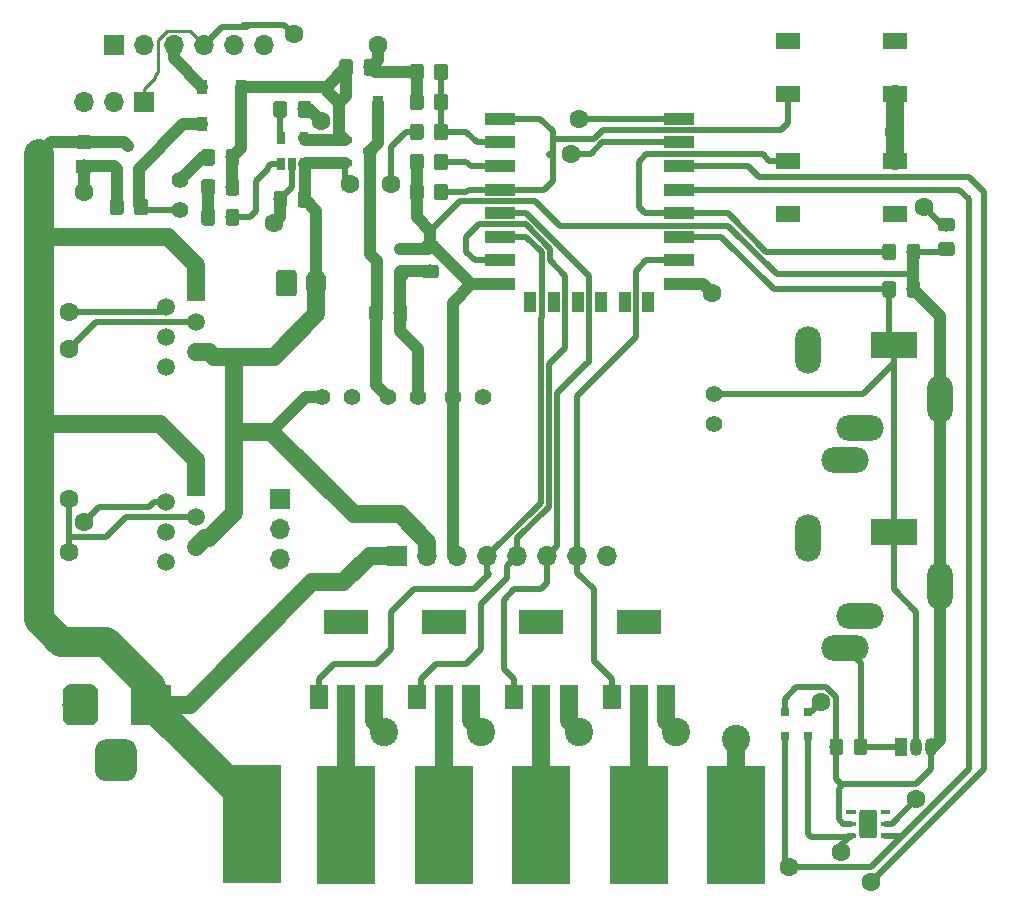
<source format=gbr>
G04 #@! TF.GenerationSoftware,KiCad,Pcbnew,5.0.2-1.fc29*
G04 #@! TF.CreationDate,2019-01-19T16:06:19+01:00*
G04 #@! TF.ProjectId,esp8266,65737038-3236-4362-9e6b-696361645f70,rev?*
G04 #@! TF.SameCoordinates,Original*
G04 #@! TF.FileFunction,Copper,L1,Top*
G04 #@! TF.FilePolarity,Positive*
%FSLAX46Y46*%
G04 Gerber Fmt 4.6, Leading zero omitted, Abs format (unit mm)*
G04 Created by KiCad (PCBNEW 5.0.2-1.fc29) date Sat 19 Jan 2019 04:06:19 PM CET*
%MOMM*%
%LPD*%
G01*
G04 APERTURE LIST*
G04 #@! TA.AperFunction,Conductor*
%ADD10C,0.100000*%
G04 #@! TD*
G04 #@! TA.AperFunction,SMDPad,CuDef*
%ADD11C,1.150000*%
G04 #@! TD*
G04 #@! TA.AperFunction,ComponentPad*
%ADD12O,1.700000X1.700000*%
G04 #@! TD*
G04 #@! TA.AperFunction,ComponentPad*
%ADD13R,1.700000X1.700000*%
G04 #@! TD*
G04 #@! TA.AperFunction,SMDPad,CuDef*
%ADD14R,5.000000X10.000000*%
G04 #@! TD*
G04 #@! TA.AperFunction,ComponentPad*
%ADD15C,1.400000*%
G04 #@! TD*
G04 #@! TA.AperFunction,SMDPad,CuDef*
%ADD16R,1.500000X2.000000*%
G04 #@! TD*
G04 #@! TA.AperFunction,SMDPad,CuDef*
%ADD17R,3.800000X2.000000*%
G04 #@! TD*
G04 #@! TA.AperFunction,ComponentPad*
%ADD18R,1.050000X1.500000*%
G04 #@! TD*
G04 #@! TA.AperFunction,ComponentPad*
%ADD19O,1.050000X1.500000*%
G04 #@! TD*
G04 #@! TA.AperFunction,SMDPad,CuDef*
%ADD20R,1.300000X0.600000*%
G04 #@! TD*
G04 #@! TA.AperFunction,SMDPad,CuDef*
%ADD21R,0.900000X1.200000*%
G04 #@! TD*
G04 #@! TA.AperFunction,ComponentPad*
%ADD22O,1.740000X2.200000*%
G04 #@! TD*
G04 #@! TA.AperFunction,ComponentPad*
%ADD23C,1.740000*%
G04 #@! TD*
G04 #@! TA.AperFunction,SMDPad,CuDef*
%ADD24R,0.650000X1.060000*%
G04 #@! TD*
G04 #@! TA.AperFunction,SMDPad,CuDef*
%ADD25R,0.900000X0.800000*%
G04 #@! TD*
G04 #@! TA.AperFunction,SMDPad,CuDef*
%ADD26R,2.500000X1.000000*%
G04 #@! TD*
G04 #@! TA.AperFunction,SMDPad,CuDef*
%ADD27R,1.000000X1.800000*%
G04 #@! TD*
G04 #@! TA.AperFunction,ComponentPad*
%ADD28C,3.500000*%
G04 #@! TD*
G04 #@! TA.AperFunction,ComponentPad*
%ADD29C,3.000000*%
G04 #@! TD*
G04 #@! TA.AperFunction,ComponentPad*
%ADD30R,3.500000X3.500000*%
G04 #@! TD*
G04 #@! TA.AperFunction,SMDPad,CuDef*
%ADD31C,0.400000*%
G04 #@! TD*
G04 #@! TA.AperFunction,SMDPad,CuDef*
%ADD32C,1.500000*%
G04 #@! TD*
G04 #@! TA.AperFunction,ComponentPad*
%ADD33R,1.520000X1.520000*%
G04 #@! TD*
G04 #@! TA.AperFunction,ComponentPad*
%ADD34C,1.520000*%
G04 #@! TD*
G04 #@! TA.AperFunction,SMDPad,CuDef*
%ADD35R,2.100000X1.400000*%
G04 #@! TD*
G04 #@! TA.AperFunction,ComponentPad*
%ADD36O,2.200000X4.000000*%
G04 #@! TD*
G04 #@! TA.AperFunction,ComponentPad*
%ADD37O,4.000000X2.200000*%
G04 #@! TD*
G04 #@! TA.AperFunction,ComponentPad*
%ADD38R,4.000000X2.200000*%
G04 #@! TD*
G04 #@! TA.AperFunction,SMDPad,CuDef*
%ADD39R,0.800000X0.900000*%
G04 #@! TD*
G04 #@! TA.AperFunction,SMDPad,CuDef*
%ADD40R,0.800000X0.800000*%
G04 #@! TD*
G04 #@! TA.AperFunction,ViaPad*
%ADD41C,2.400000*%
G04 #@! TD*
G04 #@! TA.AperFunction,ViaPad*
%ADD42C,1.600000*%
G04 #@! TD*
G04 #@! TA.AperFunction,Conductor*
%ADD43C,1.500000*%
G04 #@! TD*
G04 #@! TA.AperFunction,Conductor*
%ADD44C,1.000000*%
G04 #@! TD*
G04 #@! TA.AperFunction,Conductor*
%ADD45C,0.500000*%
G04 #@! TD*
G04 #@! TA.AperFunction,Conductor*
%ADD46C,0.250000*%
G04 #@! TD*
G04 #@! TA.AperFunction,Conductor*
%ADD47C,2.500000*%
G04 #@! TD*
G04 APERTURE END LIST*
D10*
G04 #@! TO.N,GND*
G04 #@! TO.C,C9*
G36*
X151099506Y-123601204D02*
X151123774Y-123604804D01*
X151147573Y-123610765D01*
X151170672Y-123619030D01*
X151192851Y-123629520D01*
X151213894Y-123642132D01*
X151233600Y-123656747D01*
X151251778Y-123673223D01*
X151268254Y-123691401D01*
X151282869Y-123711107D01*
X151295481Y-123732150D01*
X151305971Y-123754329D01*
X151314236Y-123777428D01*
X151320197Y-123801227D01*
X151323797Y-123825495D01*
X151325001Y-123849999D01*
X151325001Y-124750001D01*
X151323797Y-124774505D01*
X151320197Y-124798773D01*
X151314236Y-124822572D01*
X151305971Y-124845671D01*
X151295481Y-124867850D01*
X151282869Y-124888893D01*
X151268254Y-124908599D01*
X151251778Y-124926777D01*
X151233600Y-124943253D01*
X151213894Y-124957868D01*
X151192851Y-124970480D01*
X151170672Y-124980970D01*
X151147573Y-124989235D01*
X151123774Y-124995196D01*
X151099506Y-124998796D01*
X151075002Y-125000000D01*
X150425000Y-125000000D01*
X150400496Y-124998796D01*
X150376228Y-124995196D01*
X150352429Y-124989235D01*
X150329330Y-124980970D01*
X150307151Y-124970480D01*
X150286108Y-124957868D01*
X150266402Y-124943253D01*
X150248224Y-124926777D01*
X150231748Y-124908599D01*
X150217133Y-124888893D01*
X150204521Y-124867850D01*
X150194031Y-124845671D01*
X150185766Y-124822572D01*
X150179805Y-124798773D01*
X150176205Y-124774505D01*
X150175001Y-124750001D01*
X150175001Y-123849999D01*
X150176205Y-123825495D01*
X150179805Y-123801227D01*
X150185766Y-123777428D01*
X150194031Y-123754329D01*
X150204521Y-123732150D01*
X150217133Y-123711107D01*
X150231748Y-123691401D01*
X150248224Y-123673223D01*
X150266402Y-123656747D01*
X150286108Y-123642132D01*
X150307151Y-123629520D01*
X150329330Y-123619030D01*
X150352429Y-123610765D01*
X150376228Y-123604804D01*
X150400496Y-123601204D01*
X150425000Y-123600000D01*
X151075002Y-123600000D01*
X151099506Y-123601204D01*
X151099506Y-123601204D01*
G37*
D11*
G04 #@! TD*
G04 #@! TO.P,C9,2*
G04 #@! TO.N,GND*
X150750001Y-124300000D03*
D10*
G04 #@! TO.N,+3V3*
G04 #@! TO.C,C9*
G36*
X149049506Y-123601204D02*
X149073774Y-123604804D01*
X149097573Y-123610765D01*
X149120672Y-123619030D01*
X149142851Y-123629520D01*
X149163894Y-123642132D01*
X149183600Y-123656747D01*
X149201778Y-123673223D01*
X149218254Y-123691401D01*
X149232869Y-123711107D01*
X149245481Y-123732150D01*
X149255971Y-123754329D01*
X149264236Y-123777428D01*
X149270197Y-123801227D01*
X149273797Y-123825495D01*
X149275001Y-123849999D01*
X149275001Y-124750001D01*
X149273797Y-124774505D01*
X149270197Y-124798773D01*
X149264236Y-124822572D01*
X149255971Y-124845671D01*
X149245481Y-124867850D01*
X149232869Y-124888893D01*
X149218254Y-124908599D01*
X149201778Y-124926777D01*
X149183600Y-124943253D01*
X149163894Y-124957868D01*
X149142851Y-124970480D01*
X149120672Y-124980970D01*
X149097573Y-124989235D01*
X149073774Y-124995196D01*
X149049506Y-124998796D01*
X149025002Y-125000000D01*
X148375000Y-125000000D01*
X148350496Y-124998796D01*
X148326228Y-124995196D01*
X148302429Y-124989235D01*
X148279330Y-124980970D01*
X148257151Y-124970480D01*
X148236108Y-124957868D01*
X148216402Y-124943253D01*
X148198224Y-124926777D01*
X148181748Y-124908599D01*
X148167133Y-124888893D01*
X148154521Y-124867850D01*
X148144031Y-124845671D01*
X148135766Y-124822572D01*
X148129805Y-124798773D01*
X148126205Y-124774505D01*
X148125001Y-124750001D01*
X148125001Y-123849999D01*
X148126205Y-123825495D01*
X148129805Y-123801227D01*
X148135766Y-123777428D01*
X148144031Y-123754329D01*
X148154521Y-123732150D01*
X148167133Y-123711107D01*
X148181748Y-123691401D01*
X148198224Y-123673223D01*
X148216402Y-123656747D01*
X148236108Y-123642132D01*
X148257151Y-123629520D01*
X148279330Y-123619030D01*
X148302429Y-123610765D01*
X148326228Y-123604804D01*
X148350496Y-123601204D01*
X148375000Y-123600000D01*
X149025002Y-123600000D01*
X149049506Y-123601204D01*
X149049506Y-123601204D01*
G37*
D11*
G04 #@! TD*
G04 #@! TO.P,C9,1*
G04 #@! TO.N,+3V3*
X148700001Y-124300000D03*
D10*
G04 #@! TO.N,GND*
G04 #@! TO.C,C8*
G36*
X158484505Y-79521204D02*
X158508773Y-79524804D01*
X158532572Y-79530765D01*
X158555671Y-79539030D01*
X158577850Y-79549520D01*
X158598893Y-79562132D01*
X158618599Y-79576747D01*
X158636777Y-79593223D01*
X158653253Y-79611401D01*
X158667868Y-79631107D01*
X158680480Y-79652150D01*
X158690970Y-79674329D01*
X158699235Y-79697428D01*
X158705196Y-79721227D01*
X158708796Y-79745495D01*
X158710000Y-79769999D01*
X158710000Y-80420001D01*
X158708796Y-80444505D01*
X158705196Y-80468773D01*
X158699235Y-80492572D01*
X158690970Y-80515671D01*
X158680480Y-80537850D01*
X158667868Y-80558893D01*
X158653253Y-80578599D01*
X158636777Y-80596777D01*
X158618599Y-80613253D01*
X158598893Y-80627868D01*
X158577850Y-80640480D01*
X158555671Y-80650970D01*
X158532572Y-80659235D01*
X158508773Y-80665196D01*
X158484505Y-80668796D01*
X158460001Y-80670000D01*
X157559999Y-80670000D01*
X157535495Y-80668796D01*
X157511227Y-80665196D01*
X157487428Y-80659235D01*
X157464329Y-80650970D01*
X157442150Y-80640480D01*
X157421107Y-80627868D01*
X157401401Y-80613253D01*
X157383223Y-80596777D01*
X157366747Y-80578599D01*
X157352132Y-80558893D01*
X157339520Y-80537850D01*
X157329030Y-80515671D01*
X157320765Y-80492572D01*
X157314804Y-80468773D01*
X157311204Y-80444505D01*
X157310000Y-80420001D01*
X157310000Y-79769999D01*
X157311204Y-79745495D01*
X157314804Y-79721227D01*
X157320765Y-79697428D01*
X157329030Y-79674329D01*
X157339520Y-79652150D01*
X157352132Y-79631107D01*
X157366747Y-79611401D01*
X157383223Y-79593223D01*
X157401401Y-79576747D01*
X157421107Y-79562132D01*
X157442150Y-79549520D01*
X157464329Y-79539030D01*
X157487428Y-79530765D01*
X157511227Y-79524804D01*
X157535495Y-79521204D01*
X157559999Y-79520000D01*
X158460001Y-79520000D01*
X158484505Y-79521204D01*
X158484505Y-79521204D01*
G37*
D11*
G04 #@! TD*
G04 #@! TO.P,C8,2*
G04 #@! TO.N,GND*
X158010000Y-80095000D03*
D10*
G04 #@! TO.N,+3V3*
G04 #@! TO.C,C8*
G36*
X158484505Y-81571204D02*
X158508773Y-81574804D01*
X158532572Y-81580765D01*
X158555671Y-81589030D01*
X158577850Y-81599520D01*
X158598893Y-81612132D01*
X158618599Y-81626747D01*
X158636777Y-81643223D01*
X158653253Y-81661401D01*
X158667868Y-81681107D01*
X158680480Y-81702150D01*
X158690970Y-81724329D01*
X158699235Y-81747428D01*
X158705196Y-81771227D01*
X158708796Y-81795495D01*
X158710000Y-81819999D01*
X158710000Y-82470001D01*
X158708796Y-82494505D01*
X158705196Y-82518773D01*
X158699235Y-82542572D01*
X158690970Y-82565671D01*
X158680480Y-82587850D01*
X158667868Y-82608893D01*
X158653253Y-82628599D01*
X158636777Y-82646777D01*
X158618599Y-82663253D01*
X158598893Y-82677868D01*
X158577850Y-82690480D01*
X158555671Y-82700970D01*
X158532572Y-82709235D01*
X158508773Y-82715196D01*
X158484505Y-82718796D01*
X158460001Y-82720000D01*
X157559999Y-82720000D01*
X157535495Y-82718796D01*
X157511227Y-82715196D01*
X157487428Y-82709235D01*
X157464329Y-82700970D01*
X157442150Y-82690480D01*
X157421107Y-82677868D01*
X157401401Y-82663253D01*
X157383223Y-82646777D01*
X157366747Y-82628599D01*
X157352132Y-82608893D01*
X157339520Y-82587850D01*
X157329030Y-82565671D01*
X157320765Y-82542572D01*
X157314804Y-82518773D01*
X157311204Y-82494505D01*
X157310000Y-82470001D01*
X157310000Y-81819999D01*
X157311204Y-81795495D01*
X157314804Y-81771227D01*
X157320765Y-81747428D01*
X157329030Y-81724329D01*
X157339520Y-81702150D01*
X157352132Y-81681107D01*
X157366747Y-81661401D01*
X157383223Y-81643223D01*
X157401401Y-81626747D01*
X157421107Y-81612132D01*
X157442150Y-81599520D01*
X157464329Y-81589030D01*
X157487428Y-81580765D01*
X157511227Y-81574804D01*
X157535495Y-81571204D01*
X157559999Y-81570000D01*
X158460001Y-81570000D01*
X158484505Y-81571204D01*
X158484505Y-81571204D01*
G37*
D11*
G04 #@! TD*
G04 #@! TO.P,C8,1*
G04 #@! TO.N,+3V3*
X158010000Y-82145000D03*
D12*
G04 #@! TO.P,TP7,3*
G04 #@! TO.N,GND*
X84985000Y-69690000D03*
G04 #@! TO.P,TP7,2*
G04 #@! TO.N,/TX*
X87525000Y-69690000D03*
D13*
G04 #@! TO.P,TP7,1*
G04 #@! TO.N,/RX*
X90065000Y-69690000D03*
G04 #@! TD*
D12*
G04 #@! TO.P,TP2,3*
G04 #@! TO.N,GND*
X101600000Y-108380000D03*
G04 #@! TO.P,TP2,2*
G04 #@! TO.N,/SDA*
X101600000Y-105840000D03*
D13*
G04 #@! TO.P,TP2,1*
G04 #@! TO.N,/SCL*
X101600000Y-103300000D03*
G04 #@! TD*
D14*
G04 #@! TO.P,J14,1*
G04 #@! TO.N,+12V*
X99190001Y-130845001D03*
G04 #@! TD*
D15*
G04 #@! TO.P,TP5,2*
G04 #@! TO.N,GND*
X113306000Y-94709000D03*
G04 #@! TO.P,TP5,1*
G04 #@! TO.N,/MCP1703-33/VDD*
X110766000Y-94709000D03*
G04 #@! TD*
G04 #@! TO.P,TP6,2*
G04 #@! TO.N,GND*
X118767000Y-94709000D03*
G04 #@! TO.P,TP6,1*
G04 #@! TO.N,+3V3*
X116227000Y-94709000D03*
G04 #@! TD*
D12*
G04 #@! TO.P,J13,8*
G04 #@! TO.N,GND*
X129308000Y-108152000D03*
G04 #@! TO.P,J13,7*
G04 #@! TO.N,/IO15*
X126768000Y-108152000D03*
G04 #@! TO.P,J13,6*
G04 #@! TO.N,/IO14*
X124228000Y-108152000D03*
G04 #@! TO.P,J13,5*
G04 #@! TO.N,/IO13*
X121688000Y-108152000D03*
G04 #@! TO.P,J13,4*
G04 #@! TO.N,/IO12*
X119148000Y-108152000D03*
G04 #@! TO.P,J13,3*
G04 #@! TO.N,+3V3*
X116608000Y-108152000D03*
G04 #@! TO.P,J13,2*
G04 #@! TO.N,+BATT*
X114068000Y-108152000D03*
D13*
G04 #@! TO.P,J13,1*
G04 #@! TO.N,+12V*
X111528000Y-108152000D03*
G04 #@! TD*
D15*
G04 #@! TO.P,TP3,2*
G04 #@! TO.N,GND*
X138325000Y-96995000D03*
G04 #@! TO.P,TP3,1*
G04 #@! TO.N,/IO2*
X138325000Y-94455000D03*
G04 #@! TD*
G04 #@! TO.P,TP4,2*
G04 #@! TO.N,GND*
X107718000Y-94709000D03*
G04 #@! TO.P,TP4,1*
G04 #@! TO.N,+BATT*
X105178000Y-94709000D03*
G04 #@! TD*
D10*
G04 #@! TO.N,GND*
G04 #@! TO.C,C1*
G36*
X109591505Y-66070204D02*
X109615773Y-66073804D01*
X109639572Y-66079765D01*
X109662671Y-66088030D01*
X109684850Y-66098520D01*
X109705893Y-66111132D01*
X109725599Y-66125747D01*
X109743777Y-66142223D01*
X109760253Y-66160401D01*
X109774868Y-66180107D01*
X109787480Y-66201150D01*
X109797970Y-66223329D01*
X109806235Y-66246428D01*
X109812196Y-66270227D01*
X109815796Y-66294495D01*
X109817000Y-66318999D01*
X109817000Y-67219001D01*
X109815796Y-67243505D01*
X109812196Y-67267773D01*
X109806235Y-67291572D01*
X109797970Y-67314671D01*
X109787480Y-67336850D01*
X109774868Y-67357893D01*
X109760253Y-67377599D01*
X109743777Y-67395777D01*
X109725599Y-67412253D01*
X109705893Y-67426868D01*
X109684850Y-67439480D01*
X109662671Y-67449970D01*
X109639572Y-67458235D01*
X109615773Y-67464196D01*
X109591505Y-67467796D01*
X109567001Y-67469000D01*
X108916999Y-67469000D01*
X108892495Y-67467796D01*
X108868227Y-67464196D01*
X108844428Y-67458235D01*
X108821329Y-67449970D01*
X108799150Y-67439480D01*
X108778107Y-67426868D01*
X108758401Y-67412253D01*
X108740223Y-67395777D01*
X108723747Y-67377599D01*
X108709132Y-67357893D01*
X108696520Y-67336850D01*
X108686030Y-67314671D01*
X108677765Y-67291572D01*
X108671804Y-67267773D01*
X108668204Y-67243505D01*
X108667000Y-67219001D01*
X108667000Y-66318999D01*
X108668204Y-66294495D01*
X108671804Y-66270227D01*
X108677765Y-66246428D01*
X108686030Y-66223329D01*
X108696520Y-66201150D01*
X108709132Y-66180107D01*
X108723747Y-66160401D01*
X108740223Y-66142223D01*
X108758401Y-66125747D01*
X108778107Y-66111132D01*
X108799150Y-66098520D01*
X108821329Y-66088030D01*
X108844428Y-66079765D01*
X108868227Y-66073804D01*
X108892495Y-66070204D01*
X108916999Y-66069000D01*
X109567001Y-66069000D01*
X109591505Y-66070204D01*
X109591505Y-66070204D01*
G37*
D11*
G04 #@! TD*
G04 #@! TO.P,C1,2*
G04 #@! TO.N,GND*
X109242000Y-66769000D03*
D10*
G04 #@! TO.N,/MCP73831/VIN*
G04 #@! TO.C,C1*
G36*
X107541505Y-66070204D02*
X107565773Y-66073804D01*
X107589572Y-66079765D01*
X107612671Y-66088030D01*
X107634850Y-66098520D01*
X107655893Y-66111132D01*
X107675599Y-66125747D01*
X107693777Y-66142223D01*
X107710253Y-66160401D01*
X107724868Y-66180107D01*
X107737480Y-66201150D01*
X107747970Y-66223329D01*
X107756235Y-66246428D01*
X107762196Y-66270227D01*
X107765796Y-66294495D01*
X107767000Y-66318999D01*
X107767000Y-67219001D01*
X107765796Y-67243505D01*
X107762196Y-67267773D01*
X107756235Y-67291572D01*
X107747970Y-67314671D01*
X107737480Y-67336850D01*
X107724868Y-67357893D01*
X107710253Y-67377599D01*
X107693777Y-67395777D01*
X107675599Y-67412253D01*
X107655893Y-67426868D01*
X107634850Y-67439480D01*
X107612671Y-67449970D01*
X107589572Y-67458235D01*
X107565773Y-67464196D01*
X107541505Y-67467796D01*
X107517001Y-67469000D01*
X106866999Y-67469000D01*
X106842495Y-67467796D01*
X106818227Y-67464196D01*
X106794428Y-67458235D01*
X106771329Y-67449970D01*
X106749150Y-67439480D01*
X106728107Y-67426868D01*
X106708401Y-67412253D01*
X106690223Y-67395777D01*
X106673747Y-67377599D01*
X106659132Y-67357893D01*
X106646520Y-67336850D01*
X106636030Y-67314671D01*
X106627765Y-67291572D01*
X106621804Y-67267773D01*
X106618204Y-67243505D01*
X106617000Y-67219001D01*
X106617000Y-66318999D01*
X106618204Y-66294495D01*
X106621804Y-66270227D01*
X106627765Y-66246428D01*
X106636030Y-66223329D01*
X106646520Y-66201150D01*
X106659132Y-66180107D01*
X106673747Y-66160401D01*
X106690223Y-66142223D01*
X106708401Y-66125747D01*
X106728107Y-66111132D01*
X106749150Y-66098520D01*
X106771329Y-66088030D01*
X106794428Y-66079765D01*
X106818227Y-66073804D01*
X106842495Y-66070204D01*
X106866999Y-66069000D01*
X107517001Y-66069000D01*
X107541505Y-66070204D01*
X107541505Y-66070204D01*
G37*
D11*
G04 #@! TD*
G04 #@! TO.P,C1,1*
G04 #@! TO.N,/MCP73831/VIN*
X107192000Y-66769000D03*
D14*
G04 #@! TO.P,J9,1*
G04 #@! TO.N,GND*
X140230000Y-130885000D03*
G04 #@! TD*
G04 #@! TO.P,J10,1*
G04 #@! TO.N,Net-(J10-Pad1)*
X115465000Y-130885000D03*
G04 #@! TD*
G04 #@! TO.P,J11,1*
G04 #@! TO.N,Net-(J11-Pad1)*
X123720000Y-130885000D03*
G04 #@! TD*
G04 #@! TO.P,J12,1*
G04 #@! TO.N,Net-(J12-Pad1)*
X131975000Y-130885000D03*
G04 #@! TD*
G04 #@! TO.P,J8,1*
G04 #@! TO.N,Net-(J8-Pad1)*
X107210000Y-130885000D03*
G04 #@! TD*
D16*
G04 #@! TO.P,Q2,1*
G04 #@! TO.N,/IO13*
X113165000Y-120065000D03*
G04 #@! TO.P,Q2,3*
G04 #@! TO.N,GND*
X117765000Y-120065000D03*
G04 #@! TO.P,Q2,2*
G04 #@! TO.N,Net-(J10-Pad1)*
X115465000Y-120065000D03*
D17*
G04 #@! TO.P,Q2,4*
G04 #@! TO.N,N/C*
X115465000Y-113765000D03*
G04 #@! TD*
D16*
G04 #@! TO.P,Q3,1*
G04 #@! TO.N,/IO14*
X121420000Y-120065000D03*
G04 #@! TO.P,Q3,3*
G04 #@! TO.N,GND*
X126020000Y-120065000D03*
G04 #@! TO.P,Q3,2*
G04 #@! TO.N,Net-(J11-Pad1)*
X123720000Y-120065000D03*
D17*
G04 #@! TO.P,Q3,4*
G04 #@! TO.N,N/C*
X123720000Y-113765000D03*
G04 #@! TD*
D16*
G04 #@! TO.P,Q4,1*
G04 #@! TO.N,/IO15*
X129675000Y-120065000D03*
G04 #@! TO.P,Q4,3*
G04 #@! TO.N,GND*
X134275000Y-120065000D03*
G04 #@! TO.P,Q4,2*
G04 #@! TO.N,Net-(J12-Pad1)*
X131975000Y-120065000D03*
D17*
G04 #@! TO.P,Q4,4*
G04 #@! TO.N,N/C*
X131975000Y-113765000D03*
G04 #@! TD*
D16*
G04 #@! TO.P,Q1,1*
G04 #@! TO.N,/IO12*
X104910000Y-120065000D03*
G04 #@! TO.P,Q1,3*
G04 #@! TO.N,GND*
X109510000Y-120065000D03*
G04 #@! TO.P,Q1,2*
G04 #@! TO.N,Net-(J8-Pad1)*
X107210000Y-120065000D03*
D17*
G04 #@! TO.P,Q1,4*
G04 #@! TO.N,N/C*
X107210000Y-113765000D03*
G04 #@! TD*
D18*
G04 #@! TO.P,U7,1*
G04 #@! TO.N,GND*
X154200000Y-124300000D03*
D19*
G04 #@! TO.P,U7,3*
G04 #@! TO.N,+3V3*
X156740000Y-124300000D03*
G04 #@! TO.P,U7,2*
G04 #@! TO.N,/IO2*
X155470000Y-124300000D03*
G04 #@! TD*
D10*
G04 #@! TO.N,GND*
G04 #@! TO.C,C2*
G36*
X101971505Y-77246204D02*
X101995773Y-77249804D01*
X102019572Y-77255765D01*
X102042671Y-77264030D01*
X102064850Y-77274520D01*
X102085893Y-77287132D01*
X102105599Y-77301747D01*
X102123777Y-77318223D01*
X102140253Y-77336401D01*
X102154868Y-77356107D01*
X102167480Y-77377150D01*
X102177970Y-77399329D01*
X102186235Y-77422428D01*
X102192196Y-77446227D01*
X102195796Y-77470495D01*
X102197000Y-77494999D01*
X102197000Y-78395001D01*
X102195796Y-78419505D01*
X102192196Y-78443773D01*
X102186235Y-78467572D01*
X102177970Y-78490671D01*
X102167480Y-78512850D01*
X102154868Y-78533893D01*
X102140253Y-78553599D01*
X102123777Y-78571777D01*
X102105599Y-78588253D01*
X102085893Y-78602868D01*
X102064850Y-78615480D01*
X102042671Y-78625970D01*
X102019572Y-78634235D01*
X101995773Y-78640196D01*
X101971505Y-78643796D01*
X101947001Y-78645000D01*
X101296999Y-78645000D01*
X101272495Y-78643796D01*
X101248227Y-78640196D01*
X101224428Y-78634235D01*
X101201329Y-78625970D01*
X101179150Y-78615480D01*
X101158107Y-78602868D01*
X101138401Y-78588253D01*
X101120223Y-78571777D01*
X101103747Y-78553599D01*
X101089132Y-78533893D01*
X101076520Y-78512850D01*
X101066030Y-78490671D01*
X101057765Y-78467572D01*
X101051804Y-78443773D01*
X101048204Y-78419505D01*
X101047000Y-78395001D01*
X101047000Y-77494999D01*
X101048204Y-77470495D01*
X101051804Y-77446227D01*
X101057765Y-77422428D01*
X101066030Y-77399329D01*
X101076520Y-77377150D01*
X101089132Y-77356107D01*
X101103747Y-77336401D01*
X101120223Y-77318223D01*
X101138401Y-77301747D01*
X101158107Y-77287132D01*
X101179150Y-77274520D01*
X101201329Y-77264030D01*
X101224428Y-77255765D01*
X101248227Y-77249804D01*
X101272495Y-77246204D01*
X101296999Y-77245000D01*
X101947001Y-77245000D01*
X101971505Y-77246204D01*
X101971505Y-77246204D01*
G37*
D11*
G04 #@! TD*
G04 #@! TO.P,C2,2*
G04 #@! TO.N,GND*
X101622000Y-77945000D03*
D10*
G04 #@! TO.N,+BATT*
G04 #@! TO.C,C2*
G36*
X104021505Y-77246204D02*
X104045773Y-77249804D01*
X104069572Y-77255765D01*
X104092671Y-77264030D01*
X104114850Y-77274520D01*
X104135893Y-77287132D01*
X104155599Y-77301747D01*
X104173777Y-77318223D01*
X104190253Y-77336401D01*
X104204868Y-77356107D01*
X104217480Y-77377150D01*
X104227970Y-77399329D01*
X104236235Y-77422428D01*
X104242196Y-77446227D01*
X104245796Y-77470495D01*
X104247000Y-77494999D01*
X104247000Y-78395001D01*
X104245796Y-78419505D01*
X104242196Y-78443773D01*
X104236235Y-78467572D01*
X104227970Y-78490671D01*
X104217480Y-78512850D01*
X104204868Y-78533893D01*
X104190253Y-78553599D01*
X104173777Y-78571777D01*
X104155599Y-78588253D01*
X104135893Y-78602868D01*
X104114850Y-78615480D01*
X104092671Y-78625970D01*
X104069572Y-78634235D01*
X104045773Y-78640196D01*
X104021505Y-78643796D01*
X103997001Y-78645000D01*
X103346999Y-78645000D01*
X103322495Y-78643796D01*
X103298227Y-78640196D01*
X103274428Y-78634235D01*
X103251329Y-78625970D01*
X103229150Y-78615480D01*
X103208107Y-78602868D01*
X103188401Y-78588253D01*
X103170223Y-78571777D01*
X103153747Y-78553599D01*
X103139132Y-78533893D01*
X103126520Y-78512850D01*
X103116030Y-78490671D01*
X103107765Y-78467572D01*
X103101804Y-78443773D01*
X103098204Y-78419505D01*
X103097000Y-78395001D01*
X103097000Y-77494999D01*
X103098204Y-77470495D01*
X103101804Y-77446227D01*
X103107765Y-77422428D01*
X103116030Y-77399329D01*
X103126520Y-77377150D01*
X103139132Y-77356107D01*
X103153747Y-77336401D01*
X103170223Y-77318223D01*
X103188401Y-77301747D01*
X103208107Y-77287132D01*
X103229150Y-77274520D01*
X103251329Y-77264030D01*
X103274428Y-77255765D01*
X103298227Y-77249804D01*
X103322495Y-77246204D01*
X103346999Y-77245000D01*
X103997001Y-77245000D01*
X104021505Y-77246204D01*
X104021505Y-77246204D01*
G37*
D11*
G04 #@! TD*
G04 #@! TO.P,C2,1*
G04 #@! TO.N,+BATT*
X103672000Y-77945000D03*
D10*
G04 #@! TO.N,GND*
G04 #@! TO.C,C3*
G36*
X113519505Y-68991204D02*
X113543773Y-68994804D01*
X113567572Y-69000765D01*
X113590671Y-69009030D01*
X113612850Y-69019520D01*
X113633893Y-69032132D01*
X113653599Y-69046747D01*
X113671777Y-69063223D01*
X113688253Y-69081401D01*
X113702868Y-69101107D01*
X113715480Y-69122150D01*
X113725970Y-69144329D01*
X113734235Y-69167428D01*
X113740196Y-69191227D01*
X113743796Y-69215495D01*
X113745000Y-69239999D01*
X113745000Y-70140001D01*
X113743796Y-70164505D01*
X113740196Y-70188773D01*
X113734235Y-70212572D01*
X113725970Y-70235671D01*
X113715480Y-70257850D01*
X113702868Y-70278893D01*
X113688253Y-70298599D01*
X113671777Y-70316777D01*
X113653599Y-70333253D01*
X113633893Y-70347868D01*
X113612850Y-70360480D01*
X113590671Y-70370970D01*
X113567572Y-70379235D01*
X113543773Y-70385196D01*
X113519505Y-70388796D01*
X113495001Y-70390000D01*
X112844999Y-70390000D01*
X112820495Y-70388796D01*
X112796227Y-70385196D01*
X112772428Y-70379235D01*
X112749329Y-70370970D01*
X112727150Y-70360480D01*
X112706107Y-70347868D01*
X112686401Y-70333253D01*
X112668223Y-70316777D01*
X112651747Y-70298599D01*
X112637132Y-70278893D01*
X112624520Y-70257850D01*
X112614030Y-70235671D01*
X112605765Y-70212572D01*
X112599804Y-70188773D01*
X112596204Y-70164505D01*
X112595000Y-70140001D01*
X112595000Y-69239999D01*
X112596204Y-69215495D01*
X112599804Y-69191227D01*
X112605765Y-69167428D01*
X112614030Y-69144329D01*
X112624520Y-69122150D01*
X112637132Y-69101107D01*
X112651747Y-69081401D01*
X112668223Y-69063223D01*
X112686401Y-69046747D01*
X112706107Y-69032132D01*
X112727150Y-69019520D01*
X112749329Y-69009030D01*
X112772428Y-69000765D01*
X112796227Y-68994804D01*
X112820495Y-68991204D01*
X112844999Y-68990000D01*
X113495001Y-68990000D01*
X113519505Y-68991204D01*
X113519505Y-68991204D01*
G37*
D11*
G04 #@! TD*
G04 #@! TO.P,C3,2*
G04 #@! TO.N,GND*
X113170000Y-69690000D03*
D10*
G04 #@! TO.N,/ADC*
G04 #@! TO.C,C3*
G36*
X115569505Y-68991204D02*
X115593773Y-68994804D01*
X115617572Y-69000765D01*
X115640671Y-69009030D01*
X115662850Y-69019520D01*
X115683893Y-69032132D01*
X115703599Y-69046747D01*
X115721777Y-69063223D01*
X115738253Y-69081401D01*
X115752868Y-69101107D01*
X115765480Y-69122150D01*
X115775970Y-69144329D01*
X115784235Y-69167428D01*
X115790196Y-69191227D01*
X115793796Y-69215495D01*
X115795000Y-69239999D01*
X115795000Y-70140001D01*
X115793796Y-70164505D01*
X115790196Y-70188773D01*
X115784235Y-70212572D01*
X115775970Y-70235671D01*
X115765480Y-70257850D01*
X115752868Y-70278893D01*
X115738253Y-70298599D01*
X115721777Y-70316777D01*
X115703599Y-70333253D01*
X115683893Y-70347868D01*
X115662850Y-70360480D01*
X115640671Y-70370970D01*
X115617572Y-70379235D01*
X115593773Y-70385196D01*
X115569505Y-70388796D01*
X115545001Y-70390000D01*
X114894999Y-70390000D01*
X114870495Y-70388796D01*
X114846227Y-70385196D01*
X114822428Y-70379235D01*
X114799329Y-70370970D01*
X114777150Y-70360480D01*
X114756107Y-70347868D01*
X114736401Y-70333253D01*
X114718223Y-70316777D01*
X114701747Y-70298599D01*
X114687132Y-70278893D01*
X114674520Y-70257850D01*
X114664030Y-70235671D01*
X114655765Y-70212572D01*
X114649804Y-70188773D01*
X114646204Y-70164505D01*
X114645000Y-70140001D01*
X114645000Y-69239999D01*
X114646204Y-69215495D01*
X114649804Y-69191227D01*
X114655765Y-69167428D01*
X114664030Y-69144329D01*
X114674520Y-69122150D01*
X114687132Y-69101107D01*
X114701747Y-69081401D01*
X114718223Y-69063223D01*
X114736401Y-69046747D01*
X114756107Y-69032132D01*
X114777150Y-69019520D01*
X114799329Y-69009030D01*
X114822428Y-69000765D01*
X114846227Y-68994804D01*
X114870495Y-68991204D01*
X114894999Y-68990000D01*
X115545001Y-68990000D01*
X115569505Y-68991204D01*
X115569505Y-68991204D01*
G37*
D11*
G04 #@! TD*
G04 #@! TO.P,C3,1*
G04 #@! TO.N,/ADC*
X115220000Y-69690000D03*
D10*
G04 #@! TO.N,/MCP1703-33/VDD*
G04 #@! TO.C,C4*
G36*
X110090505Y-86898204D02*
X110114773Y-86901804D01*
X110138572Y-86907765D01*
X110161671Y-86916030D01*
X110183850Y-86926520D01*
X110204893Y-86939132D01*
X110224599Y-86953747D01*
X110242777Y-86970223D01*
X110259253Y-86988401D01*
X110273868Y-87008107D01*
X110286480Y-87029150D01*
X110296970Y-87051329D01*
X110305235Y-87074428D01*
X110311196Y-87098227D01*
X110314796Y-87122495D01*
X110316000Y-87146999D01*
X110316000Y-88047001D01*
X110314796Y-88071505D01*
X110311196Y-88095773D01*
X110305235Y-88119572D01*
X110296970Y-88142671D01*
X110286480Y-88164850D01*
X110273868Y-88185893D01*
X110259253Y-88205599D01*
X110242777Y-88223777D01*
X110224599Y-88240253D01*
X110204893Y-88254868D01*
X110183850Y-88267480D01*
X110161671Y-88277970D01*
X110138572Y-88286235D01*
X110114773Y-88292196D01*
X110090505Y-88295796D01*
X110066001Y-88297000D01*
X109415999Y-88297000D01*
X109391495Y-88295796D01*
X109367227Y-88292196D01*
X109343428Y-88286235D01*
X109320329Y-88277970D01*
X109298150Y-88267480D01*
X109277107Y-88254868D01*
X109257401Y-88240253D01*
X109239223Y-88223777D01*
X109222747Y-88205599D01*
X109208132Y-88185893D01*
X109195520Y-88164850D01*
X109185030Y-88142671D01*
X109176765Y-88119572D01*
X109170804Y-88095773D01*
X109167204Y-88071505D01*
X109166000Y-88047001D01*
X109166000Y-87146999D01*
X109167204Y-87122495D01*
X109170804Y-87098227D01*
X109176765Y-87074428D01*
X109185030Y-87051329D01*
X109195520Y-87029150D01*
X109208132Y-87008107D01*
X109222747Y-86988401D01*
X109239223Y-86970223D01*
X109257401Y-86953747D01*
X109277107Y-86939132D01*
X109298150Y-86926520D01*
X109320329Y-86916030D01*
X109343428Y-86907765D01*
X109367227Y-86901804D01*
X109391495Y-86898204D01*
X109415999Y-86897000D01*
X110066001Y-86897000D01*
X110090505Y-86898204D01*
X110090505Y-86898204D01*
G37*
D11*
G04 #@! TD*
G04 #@! TO.P,C4,2*
G04 #@! TO.N,/MCP1703-33/VDD*
X109741000Y-87597000D03*
D10*
G04 #@! TO.N,GND*
G04 #@! TO.C,C4*
G36*
X112140505Y-86898204D02*
X112164773Y-86901804D01*
X112188572Y-86907765D01*
X112211671Y-86916030D01*
X112233850Y-86926520D01*
X112254893Y-86939132D01*
X112274599Y-86953747D01*
X112292777Y-86970223D01*
X112309253Y-86988401D01*
X112323868Y-87008107D01*
X112336480Y-87029150D01*
X112346970Y-87051329D01*
X112355235Y-87074428D01*
X112361196Y-87098227D01*
X112364796Y-87122495D01*
X112366000Y-87146999D01*
X112366000Y-88047001D01*
X112364796Y-88071505D01*
X112361196Y-88095773D01*
X112355235Y-88119572D01*
X112346970Y-88142671D01*
X112336480Y-88164850D01*
X112323868Y-88185893D01*
X112309253Y-88205599D01*
X112292777Y-88223777D01*
X112274599Y-88240253D01*
X112254893Y-88254868D01*
X112233850Y-88267480D01*
X112211671Y-88277970D01*
X112188572Y-88286235D01*
X112164773Y-88292196D01*
X112140505Y-88295796D01*
X112116001Y-88297000D01*
X111465999Y-88297000D01*
X111441495Y-88295796D01*
X111417227Y-88292196D01*
X111393428Y-88286235D01*
X111370329Y-88277970D01*
X111348150Y-88267480D01*
X111327107Y-88254868D01*
X111307401Y-88240253D01*
X111289223Y-88223777D01*
X111272747Y-88205599D01*
X111258132Y-88185893D01*
X111245520Y-88164850D01*
X111235030Y-88142671D01*
X111226765Y-88119572D01*
X111220804Y-88095773D01*
X111217204Y-88071505D01*
X111216000Y-88047001D01*
X111216000Y-87146999D01*
X111217204Y-87122495D01*
X111220804Y-87098227D01*
X111226765Y-87074428D01*
X111235030Y-87051329D01*
X111245520Y-87029150D01*
X111258132Y-87008107D01*
X111272747Y-86988401D01*
X111289223Y-86970223D01*
X111307401Y-86953747D01*
X111327107Y-86939132D01*
X111348150Y-86926520D01*
X111370329Y-86916030D01*
X111393428Y-86907765D01*
X111417227Y-86901804D01*
X111441495Y-86898204D01*
X111465999Y-86897000D01*
X112116001Y-86897000D01*
X112140505Y-86898204D01*
X112140505Y-86898204D01*
G37*
D11*
G04 #@! TD*
G04 #@! TO.P,C4,1*
G04 #@! TO.N,GND*
X111791000Y-87597000D03*
D10*
G04 #@! TO.N,+3V3*
G04 #@! TO.C,C5*
G36*
X114796505Y-81426204D02*
X114820773Y-81429804D01*
X114844572Y-81435765D01*
X114867671Y-81444030D01*
X114889850Y-81454520D01*
X114910893Y-81467132D01*
X114930599Y-81481747D01*
X114948777Y-81498223D01*
X114965253Y-81516401D01*
X114979868Y-81536107D01*
X114992480Y-81557150D01*
X115002970Y-81579329D01*
X115011235Y-81602428D01*
X115017196Y-81626227D01*
X115020796Y-81650495D01*
X115022000Y-81674999D01*
X115022000Y-82325001D01*
X115020796Y-82349505D01*
X115017196Y-82373773D01*
X115011235Y-82397572D01*
X115002970Y-82420671D01*
X114992480Y-82442850D01*
X114979868Y-82463893D01*
X114965253Y-82483599D01*
X114948777Y-82501777D01*
X114930599Y-82518253D01*
X114910893Y-82532868D01*
X114889850Y-82545480D01*
X114867671Y-82555970D01*
X114844572Y-82564235D01*
X114820773Y-82570196D01*
X114796505Y-82573796D01*
X114772001Y-82575000D01*
X113871999Y-82575000D01*
X113847495Y-82573796D01*
X113823227Y-82570196D01*
X113799428Y-82564235D01*
X113776329Y-82555970D01*
X113754150Y-82545480D01*
X113733107Y-82532868D01*
X113713401Y-82518253D01*
X113695223Y-82501777D01*
X113678747Y-82483599D01*
X113664132Y-82463893D01*
X113651520Y-82442850D01*
X113641030Y-82420671D01*
X113632765Y-82397572D01*
X113626804Y-82373773D01*
X113623204Y-82349505D01*
X113622000Y-82325001D01*
X113622000Y-81674999D01*
X113623204Y-81650495D01*
X113626804Y-81626227D01*
X113632765Y-81602428D01*
X113641030Y-81579329D01*
X113651520Y-81557150D01*
X113664132Y-81536107D01*
X113678747Y-81516401D01*
X113695223Y-81498223D01*
X113713401Y-81481747D01*
X113733107Y-81467132D01*
X113754150Y-81454520D01*
X113776329Y-81444030D01*
X113799428Y-81435765D01*
X113823227Y-81429804D01*
X113847495Y-81426204D01*
X113871999Y-81425000D01*
X114772001Y-81425000D01*
X114796505Y-81426204D01*
X114796505Y-81426204D01*
G37*
D11*
G04 #@! TD*
G04 #@! TO.P,C5,2*
G04 #@! TO.N,+3V3*
X114322000Y-82000000D03*
D10*
G04 #@! TO.N,GND*
G04 #@! TO.C,C5*
G36*
X114796505Y-83476204D02*
X114820773Y-83479804D01*
X114844572Y-83485765D01*
X114867671Y-83494030D01*
X114889850Y-83504520D01*
X114910893Y-83517132D01*
X114930599Y-83531747D01*
X114948777Y-83548223D01*
X114965253Y-83566401D01*
X114979868Y-83586107D01*
X114992480Y-83607150D01*
X115002970Y-83629329D01*
X115011235Y-83652428D01*
X115017196Y-83676227D01*
X115020796Y-83700495D01*
X115022000Y-83724999D01*
X115022000Y-84375001D01*
X115020796Y-84399505D01*
X115017196Y-84423773D01*
X115011235Y-84447572D01*
X115002970Y-84470671D01*
X114992480Y-84492850D01*
X114979868Y-84513893D01*
X114965253Y-84533599D01*
X114948777Y-84551777D01*
X114930599Y-84568253D01*
X114910893Y-84582868D01*
X114889850Y-84595480D01*
X114867671Y-84605970D01*
X114844572Y-84614235D01*
X114820773Y-84620196D01*
X114796505Y-84623796D01*
X114772001Y-84625000D01*
X113871999Y-84625000D01*
X113847495Y-84623796D01*
X113823227Y-84620196D01*
X113799428Y-84614235D01*
X113776329Y-84605970D01*
X113754150Y-84595480D01*
X113733107Y-84582868D01*
X113713401Y-84568253D01*
X113695223Y-84551777D01*
X113678747Y-84533599D01*
X113664132Y-84513893D01*
X113651520Y-84492850D01*
X113641030Y-84470671D01*
X113632765Y-84447572D01*
X113626804Y-84423773D01*
X113623204Y-84399505D01*
X113622000Y-84375001D01*
X113622000Y-83724999D01*
X113623204Y-83700495D01*
X113626804Y-83676227D01*
X113632765Y-83652428D01*
X113641030Y-83629329D01*
X113651520Y-83607150D01*
X113664132Y-83586107D01*
X113678747Y-83566401D01*
X113695223Y-83548223D01*
X113713401Y-83531747D01*
X113733107Y-83517132D01*
X113754150Y-83504520D01*
X113776329Y-83494030D01*
X113799428Y-83485765D01*
X113823227Y-83479804D01*
X113847495Y-83476204D01*
X113871999Y-83475000D01*
X114772001Y-83475000D01*
X114796505Y-83476204D01*
X114796505Y-83476204D01*
G37*
D11*
G04 #@! TD*
G04 #@! TO.P,C5,1*
G04 #@! TO.N,GND*
X114322000Y-84050000D03*
D20*
G04 #@! TO.P,D1,1*
G04 #@! TO.N,/MCP73831/VIN*
X107100000Y-72931000D03*
G04 #@! TO.P,D1,2*
G04 #@! TO.N,+BATT*
X107100000Y-74831000D03*
G04 #@! TO.P,D1,3*
G04 #@! TO.N,/MCP1703-33/VDD*
X109200000Y-73881000D03*
G04 #@! TD*
D21*
G04 #@! TO.P,D2,2*
G04 #@! TO.N,/MCP73831/VIN*
X106576000Y-69817000D03*
G04 #@! TO.P,D2,1*
G04 #@! TO.N,/MCP1703-33/VDD*
X109876000Y-69817000D03*
G04 #@! TD*
D22*
G04 #@! TO.P,J1,2*
G04 #@! TO.N,+BATT*
X104670000Y-85057000D03*
D10*
G04 #@! TD*
G04 #@! TO.N,GND*
G04 #@! TO.C,J1*
G36*
X102774505Y-83958204D02*
X102798773Y-83961804D01*
X102822572Y-83967765D01*
X102845671Y-83976030D01*
X102867850Y-83986520D01*
X102888893Y-83999132D01*
X102908599Y-84013747D01*
X102926777Y-84030223D01*
X102943253Y-84048401D01*
X102957868Y-84068107D01*
X102970480Y-84089150D01*
X102980970Y-84111329D01*
X102989235Y-84134428D01*
X102995196Y-84158227D01*
X102998796Y-84182495D01*
X103000000Y-84206999D01*
X103000000Y-85907001D01*
X102998796Y-85931505D01*
X102995196Y-85955773D01*
X102989235Y-85979572D01*
X102980970Y-86002671D01*
X102970480Y-86024850D01*
X102957868Y-86045893D01*
X102943253Y-86065599D01*
X102926777Y-86083777D01*
X102908599Y-86100253D01*
X102888893Y-86114868D01*
X102867850Y-86127480D01*
X102845671Y-86137970D01*
X102822572Y-86146235D01*
X102798773Y-86152196D01*
X102774505Y-86155796D01*
X102750001Y-86157000D01*
X101509999Y-86157000D01*
X101485495Y-86155796D01*
X101461227Y-86152196D01*
X101437428Y-86146235D01*
X101414329Y-86137970D01*
X101392150Y-86127480D01*
X101371107Y-86114868D01*
X101351401Y-86100253D01*
X101333223Y-86083777D01*
X101316747Y-86065599D01*
X101302132Y-86045893D01*
X101289520Y-86024850D01*
X101279030Y-86002671D01*
X101270765Y-85979572D01*
X101264804Y-85955773D01*
X101261204Y-85931505D01*
X101260000Y-85907001D01*
X101260000Y-84206999D01*
X101261204Y-84182495D01*
X101264804Y-84158227D01*
X101270765Y-84134428D01*
X101279030Y-84111329D01*
X101289520Y-84089150D01*
X101302132Y-84068107D01*
X101316747Y-84048401D01*
X101333223Y-84030223D01*
X101351401Y-84013747D01*
X101371107Y-83999132D01*
X101392150Y-83986520D01*
X101414329Y-83976030D01*
X101437428Y-83967765D01*
X101461227Y-83961804D01*
X101485495Y-83958204D01*
X101509999Y-83957000D01*
X102750001Y-83957000D01*
X102774505Y-83958204D01*
X102774505Y-83958204D01*
G37*
D23*
G04 #@! TO.P,J1,1*
G04 #@! TO.N,GND*
X102130000Y-85057000D03*
G04 #@! TD*
D10*
G04 #@! TO.N,GND*
G04 #@! TO.C,R1*
G36*
X95866505Y-73690204D02*
X95890773Y-73693804D01*
X95914572Y-73699765D01*
X95937671Y-73708030D01*
X95959850Y-73718520D01*
X95980893Y-73731132D01*
X96000599Y-73745747D01*
X96018777Y-73762223D01*
X96035253Y-73780401D01*
X96049868Y-73800107D01*
X96062480Y-73821150D01*
X96072970Y-73843329D01*
X96081235Y-73866428D01*
X96087196Y-73890227D01*
X96090796Y-73914495D01*
X96092000Y-73938999D01*
X96092000Y-74839001D01*
X96090796Y-74863505D01*
X96087196Y-74887773D01*
X96081235Y-74911572D01*
X96072970Y-74934671D01*
X96062480Y-74956850D01*
X96049868Y-74977893D01*
X96035253Y-74997599D01*
X96018777Y-75015777D01*
X96000599Y-75032253D01*
X95980893Y-75046868D01*
X95959850Y-75059480D01*
X95937671Y-75069970D01*
X95914572Y-75078235D01*
X95890773Y-75084196D01*
X95866505Y-75087796D01*
X95842001Y-75089000D01*
X95191999Y-75089000D01*
X95167495Y-75087796D01*
X95143227Y-75084196D01*
X95119428Y-75078235D01*
X95096329Y-75069970D01*
X95074150Y-75059480D01*
X95053107Y-75046868D01*
X95033401Y-75032253D01*
X95015223Y-75015777D01*
X94998747Y-74997599D01*
X94984132Y-74977893D01*
X94971520Y-74956850D01*
X94961030Y-74934671D01*
X94952765Y-74911572D01*
X94946804Y-74887773D01*
X94943204Y-74863505D01*
X94942000Y-74839001D01*
X94942000Y-73938999D01*
X94943204Y-73914495D01*
X94946804Y-73890227D01*
X94952765Y-73866428D01*
X94961030Y-73843329D01*
X94971520Y-73821150D01*
X94984132Y-73800107D01*
X94998747Y-73780401D01*
X95015223Y-73762223D01*
X95033401Y-73745747D01*
X95053107Y-73731132D01*
X95074150Y-73718520D01*
X95096329Y-73708030D01*
X95119428Y-73699765D01*
X95143227Y-73693804D01*
X95167495Y-73690204D01*
X95191999Y-73689000D01*
X95842001Y-73689000D01*
X95866505Y-73690204D01*
X95866505Y-73690204D01*
G37*
D11*
G04 #@! TD*
G04 #@! TO.P,R1,2*
G04 #@! TO.N,GND*
X95517000Y-74389000D03*
D10*
G04 #@! TO.N,/MCP73831/VIN*
G04 #@! TO.C,R1*
G36*
X97916505Y-73690204D02*
X97940773Y-73693804D01*
X97964572Y-73699765D01*
X97987671Y-73708030D01*
X98009850Y-73718520D01*
X98030893Y-73731132D01*
X98050599Y-73745747D01*
X98068777Y-73762223D01*
X98085253Y-73780401D01*
X98099868Y-73800107D01*
X98112480Y-73821150D01*
X98122970Y-73843329D01*
X98131235Y-73866428D01*
X98137196Y-73890227D01*
X98140796Y-73914495D01*
X98142000Y-73938999D01*
X98142000Y-74839001D01*
X98140796Y-74863505D01*
X98137196Y-74887773D01*
X98131235Y-74911572D01*
X98122970Y-74934671D01*
X98112480Y-74956850D01*
X98099868Y-74977893D01*
X98085253Y-74997599D01*
X98068777Y-75015777D01*
X98050599Y-75032253D01*
X98030893Y-75046868D01*
X98009850Y-75059480D01*
X97987671Y-75069970D01*
X97964572Y-75078235D01*
X97940773Y-75084196D01*
X97916505Y-75087796D01*
X97892001Y-75089000D01*
X97241999Y-75089000D01*
X97217495Y-75087796D01*
X97193227Y-75084196D01*
X97169428Y-75078235D01*
X97146329Y-75069970D01*
X97124150Y-75059480D01*
X97103107Y-75046868D01*
X97083401Y-75032253D01*
X97065223Y-75015777D01*
X97048747Y-74997599D01*
X97034132Y-74977893D01*
X97021520Y-74956850D01*
X97011030Y-74934671D01*
X97002765Y-74911572D01*
X96996804Y-74887773D01*
X96993204Y-74863505D01*
X96992000Y-74839001D01*
X96992000Y-73938999D01*
X96993204Y-73914495D01*
X96996804Y-73890227D01*
X97002765Y-73866428D01*
X97011030Y-73843329D01*
X97021520Y-73821150D01*
X97034132Y-73800107D01*
X97048747Y-73780401D01*
X97065223Y-73762223D01*
X97083401Y-73745747D01*
X97103107Y-73731132D01*
X97124150Y-73718520D01*
X97146329Y-73708030D01*
X97169428Y-73699765D01*
X97193227Y-73693804D01*
X97217495Y-73690204D01*
X97241999Y-73689000D01*
X97892001Y-73689000D01*
X97916505Y-73690204D01*
X97916505Y-73690204D01*
G37*
D11*
G04 #@! TD*
G04 #@! TO.P,R1,1*
G04 #@! TO.N,/MCP73831/VIN*
X97567000Y-74389000D03*
D10*
G04 #@! TO.N,GND*
G04 #@! TO.C,R2*
G36*
X104012505Y-69626204D02*
X104036773Y-69629804D01*
X104060572Y-69635765D01*
X104083671Y-69644030D01*
X104105850Y-69654520D01*
X104126893Y-69667132D01*
X104146599Y-69681747D01*
X104164777Y-69698223D01*
X104181253Y-69716401D01*
X104195868Y-69736107D01*
X104208480Y-69757150D01*
X104218970Y-69779329D01*
X104227235Y-69802428D01*
X104233196Y-69826227D01*
X104236796Y-69850495D01*
X104238000Y-69874999D01*
X104238000Y-70775001D01*
X104236796Y-70799505D01*
X104233196Y-70823773D01*
X104227235Y-70847572D01*
X104218970Y-70870671D01*
X104208480Y-70892850D01*
X104195868Y-70913893D01*
X104181253Y-70933599D01*
X104164777Y-70951777D01*
X104146599Y-70968253D01*
X104126893Y-70982868D01*
X104105850Y-70995480D01*
X104083671Y-71005970D01*
X104060572Y-71014235D01*
X104036773Y-71020196D01*
X104012505Y-71023796D01*
X103988001Y-71025000D01*
X103337999Y-71025000D01*
X103313495Y-71023796D01*
X103289227Y-71020196D01*
X103265428Y-71014235D01*
X103242329Y-71005970D01*
X103220150Y-70995480D01*
X103199107Y-70982868D01*
X103179401Y-70968253D01*
X103161223Y-70951777D01*
X103144747Y-70933599D01*
X103130132Y-70913893D01*
X103117520Y-70892850D01*
X103107030Y-70870671D01*
X103098765Y-70847572D01*
X103092804Y-70823773D01*
X103089204Y-70799505D01*
X103088000Y-70775001D01*
X103088000Y-69874999D01*
X103089204Y-69850495D01*
X103092804Y-69826227D01*
X103098765Y-69802428D01*
X103107030Y-69779329D01*
X103117520Y-69757150D01*
X103130132Y-69736107D01*
X103144747Y-69716401D01*
X103161223Y-69698223D01*
X103179401Y-69681747D01*
X103199107Y-69667132D01*
X103220150Y-69654520D01*
X103242329Y-69644030D01*
X103265428Y-69635765D01*
X103289227Y-69629804D01*
X103313495Y-69626204D01*
X103337999Y-69625000D01*
X103988001Y-69625000D01*
X104012505Y-69626204D01*
X104012505Y-69626204D01*
G37*
D11*
G04 #@! TD*
G04 #@! TO.P,R2,2*
G04 #@! TO.N,GND*
X103663000Y-70325000D03*
D10*
G04 #@! TO.N,Net-(R2-Pad1)*
G04 #@! TO.C,R2*
G36*
X101962505Y-69626204D02*
X101986773Y-69629804D01*
X102010572Y-69635765D01*
X102033671Y-69644030D01*
X102055850Y-69654520D01*
X102076893Y-69667132D01*
X102096599Y-69681747D01*
X102114777Y-69698223D01*
X102131253Y-69716401D01*
X102145868Y-69736107D01*
X102158480Y-69757150D01*
X102168970Y-69779329D01*
X102177235Y-69802428D01*
X102183196Y-69826227D01*
X102186796Y-69850495D01*
X102188000Y-69874999D01*
X102188000Y-70775001D01*
X102186796Y-70799505D01*
X102183196Y-70823773D01*
X102177235Y-70847572D01*
X102168970Y-70870671D01*
X102158480Y-70892850D01*
X102145868Y-70913893D01*
X102131253Y-70933599D01*
X102114777Y-70951777D01*
X102096599Y-70968253D01*
X102076893Y-70982868D01*
X102055850Y-70995480D01*
X102033671Y-71005970D01*
X102010572Y-71014235D01*
X101986773Y-71020196D01*
X101962505Y-71023796D01*
X101938001Y-71025000D01*
X101287999Y-71025000D01*
X101263495Y-71023796D01*
X101239227Y-71020196D01*
X101215428Y-71014235D01*
X101192329Y-71005970D01*
X101170150Y-70995480D01*
X101149107Y-70982868D01*
X101129401Y-70968253D01*
X101111223Y-70951777D01*
X101094747Y-70933599D01*
X101080132Y-70913893D01*
X101067520Y-70892850D01*
X101057030Y-70870671D01*
X101048765Y-70847572D01*
X101042804Y-70823773D01*
X101039204Y-70799505D01*
X101038000Y-70775001D01*
X101038000Y-69874999D01*
X101039204Y-69850495D01*
X101042804Y-69826227D01*
X101048765Y-69802428D01*
X101057030Y-69779329D01*
X101067520Y-69757150D01*
X101080132Y-69736107D01*
X101094747Y-69716401D01*
X101111223Y-69698223D01*
X101129401Y-69681747D01*
X101149107Y-69667132D01*
X101170150Y-69654520D01*
X101192329Y-69644030D01*
X101215428Y-69635765D01*
X101239227Y-69629804D01*
X101263495Y-69626204D01*
X101287999Y-69625000D01*
X101938001Y-69625000D01*
X101962505Y-69626204D01*
X101962505Y-69626204D01*
G37*
D11*
G04 #@! TD*
G04 #@! TO.P,R2,1*
G04 #@! TO.N,Net-(R2-Pad1)*
X101613000Y-70325000D03*
D10*
G04 #@! TO.N,/MCP73831/V_STATUS*
G04 #@! TO.C,R3*
G36*
X95866505Y-78770204D02*
X95890773Y-78773804D01*
X95914572Y-78779765D01*
X95937671Y-78788030D01*
X95959850Y-78798520D01*
X95980893Y-78811132D01*
X96000599Y-78825747D01*
X96018777Y-78842223D01*
X96035253Y-78860401D01*
X96049868Y-78880107D01*
X96062480Y-78901150D01*
X96072970Y-78923329D01*
X96081235Y-78946428D01*
X96087196Y-78970227D01*
X96090796Y-78994495D01*
X96092000Y-79018999D01*
X96092000Y-79919001D01*
X96090796Y-79943505D01*
X96087196Y-79967773D01*
X96081235Y-79991572D01*
X96072970Y-80014671D01*
X96062480Y-80036850D01*
X96049868Y-80057893D01*
X96035253Y-80077599D01*
X96018777Y-80095777D01*
X96000599Y-80112253D01*
X95980893Y-80126868D01*
X95959850Y-80139480D01*
X95937671Y-80149970D01*
X95914572Y-80158235D01*
X95890773Y-80164196D01*
X95866505Y-80167796D01*
X95842001Y-80169000D01*
X95191999Y-80169000D01*
X95167495Y-80167796D01*
X95143227Y-80164196D01*
X95119428Y-80158235D01*
X95096329Y-80149970D01*
X95074150Y-80139480D01*
X95053107Y-80126868D01*
X95033401Y-80112253D01*
X95015223Y-80095777D01*
X94998747Y-80077599D01*
X94984132Y-80057893D01*
X94971520Y-80036850D01*
X94961030Y-80014671D01*
X94952765Y-79991572D01*
X94946804Y-79967773D01*
X94943204Y-79943505D01*
X94942000Y-79919001D01*
X94942000Y-79018999D01*
X94943204Y-78994495D01*
X94946804Y-78970227D01*
X94952765Y-78946428D01*
X94961030Y-78923329D01*
X94971520Y-78901150D01*
X94984132Y-78880107D01*
X94998747Y-78860401D01*
X95015223Y-78842223D01*
X95033401Y-78825747D01*
X95053107Y-78811132D01*
X95074150Y-78798520D01*
X95096329Y-78788030D01*
X95119428Y-78779765D01*
X95143227Y-78773804D01*
X95167495Y-78770204D01*
X95191999Y-78769000D01*
X95842001Y-78769000D01*
X95866505Y-78770204D01*
X95866505Y-78770204D01*
G37*
D11*
G04 #@! TD*
G04 #@! TO.P,R3,2*
G04 #@! TO.N,/MCP73831/V_STATUS*
X95517000Y-79469000D03*
D10*
G04 #@! TO.N,Net-(R3-Pad1)*
G04 #@! TO.C,R3*
G36*
X97916505Y-78770204D02*
X97940773Y-78773804D01*
X97964572Y-78779765D01*
X97987671Y-78788030D01*
X98009850Y-78798520D01*
X98030893Y-78811132D01*
X98050599Y-78825747D01*
X98068777Y-78842223D01*
X98085253Y-78860401D01*
X98099868Y-78880107D01*
X98112480Y-78901150D01*
X98122970Y-78923329D01*
X98131235Y-78946428D01*
X98137196Y-78970227D01*
X98140796Y-78994495D01*
X98142000Y-79018999D01*
X98142000Y-79919001D01*
X98140796Y-79943505D01*
X98137196Y-79967773D01*
X98131235Y-79991572D01*
X98122970Y-80014671D01*
X98112480Y-80036850D01*
X98099868Y-80057893D01*
X98085253Y-80077599D01*
X98068777Y-80095777D01*
X98050599Y-80112253D01*
X98030893Y-80126868D01*
X98009850Y-80139480D01*
X97987671Y-80149970D01*
X97964572Y-80158235D01*
X97940773Y-80164196D01*
X97916505Y-80167796D01*
X97892001Y-80169000D01*
X97241999Y-80169000D01*
X97217495Y-80167796D01*
X97193227Y-80164196D01*
X97169428Y-80158235D01*
X97146329Y-80149970D01*
X97124150Y-80139480D01*
X97103107Y-80126868D01*
X97083401Y-80112253D01*
X97065223Y-80095777D01*
X97048747Y-80077599D01*
X97034132Y-80057893D01*
X97021520Y-80036850D01*
X97011030Y-80014671D01*
X97002765Y-79991572D01*
X96996804Y-79967773D01*
X96993204Y-79943505D01*
X96992000Y-79919001D01*
X96992000Y-79018999D01*
X96993204Y-78994495D01*
X96996804Y-78970227D01*
X97002765Y-78946428D01*
X97011030Y-78923329D01*
X97021520Y-78901150D01*
X97034132Y-78880107D01*
X97048747Y-78860401D01*
X97065223Y-78842223D01*
X97083401Y-78825747D01*
X97103107Y-78811132D01*
X97124150Y-78798520D01*
X97146329Y-78788030D01*
X97169428Y-78779765D01*
X97193227Y-78773804D01*
X97217495Y-78770204D01*
X97241999Y-78769000D01*
X97892001Y-78769000D01*
X97916505Y-78770204D01*
X97916505Y-78770204D01*
G37*
D11*
G04 #@! TD*
G04 #@! TO.P,R3,1*
G04 #@! TO.N,Net-(R3-Pad1)*
X97567000Y-79469000D03*
D10*
G04 #@! TO.N,/MCP73831/VIN*
G04 #@! TO.C,R4*
G36*
X97916505Y-76230204D02*
X97940773Y-76233804D01*
X97964572Y-76239765D01*
X97987671Y-76248030D01*
X98009850Y-76258520D01*
X98030893Y-76271132D01*
X98050599Y-76285747D01*
X98068777Y-76302223D01*
X98085253Y-76320401D01*
X98099868Y-76340107D01*
X98112480Y-76361150D01*
X98122970Y-76383329D01*
X98131235Y-76406428D01*
X98137196Y-76430227D01*
X98140796Y-76454495D01*
X98142000Y-76478999D01*
X98142000Y-77379001D01*
X98140796Y-77403505D01*
X98137196Y-77427773D01*
X98131235Y-77451572D01*
X98122970Y-77474671D01*
X98112480Y-77496850D01*
X98099868Y-77517893D01*
X98085253Y-77537599D01*
X98068777Y-77555777D01*
X98050599Y-77572253D01*
X98030893Y-77586868D01*
X98009850Y-77599480D01*
X97987671Y-77609970D01*
X97964572Y-77618235D01*
X97940773Y-77624196D01*
X97916505Y-77627796D01*
X97892001Y-77629000D01*
X97241999Y-77629000D01*
X97217495Y-77627796D01*
X97193227Y-77624196D01*
X97169428Y-77618235D01*
X97146329Y-77609970D01*
X97124150Y-77599480D01*
X97103107Y-77586868D01*
X97083401Y-77572253D01*
X97065223Y-77555777D01*
X97048747Y-77537599D01*
X97034132Y-77517893D01*
X97021520Y-77496850D01*
X97011030Y-77474671D01*
X97002765Y-77451572D01*
X96996804Y-77427773D01*
X96993204Y-77403505D01*
X96992000Y-77379001D01*
X96992000Y-76478999D01*
X96993204Y-76454495D01*
X96996804Y-76430227D01*
X97002765Y-76406428D01*
X97011030Y-76383329D01*
X97021520Y-76361150D01*
X97034132Y-76340107D01*
X97048747Y-76320401D01*
X97065223Y-76302223D01*
X97083401Y-76285747D01*
X97103107Y-76271132D01*
X97124150Y-76258520D01*
X97146329Y-76248030D01*
X97169428Y-76239765D01*
X97193227Y-76233804D01*
X97217495Y-76230204D01*
X97241999Y-76229000D01*
X97892001Y-76229000D01*
X97916505Y-76230204D01*
X97916505Y-76230204D01*
G37*
D11*
G04 #@! TD*
G04 #@! TO.P,R4,2*
G04 #@! TO.N,/MCP73831/VIN*
X97567000Y-76929000D03*
D10*
G04 #@! TO.N,/MCP73831/V_STATUS*
G04 #@! TO.C,R4*
G36*
X95866505Y-76230204D02*
X95890773Y-76233804D01*
X95914572Y-76239765D01*
X95937671Y-76248030D01*
X95959850Y-76258520D01*
X95980893Y-76271132D01*
X96000599Y-76285747D01*
X96018777Y-76302223D01*
X96035253Y-76320401D01*
X96049868Y-76340107D01*
X96062480Y-76361150D01*
X96072970Y-76383329D01*
X96081235Y-76406428D01*
X96087196Y-76430227D01*
X96090796Y-76454495D01*
X96092000Y-76478999D01*
X96092000Y-77379001D01*
X96090796Y-77403505D01*
X96087196Y-77427773D01*
X96081235Y-77451572D01*
X96072970Y-77474671D01*
X96062480Y-77496850D01*
X96049868Y-77517893D01*
X96035253Y-77537599D01*
X96018777Y-77555777D01*
X96000599Y-77572253D01*
X95980893Y-77586868D01*
X95959850Y-77599480D01*
X95937671Y-77609970D01*
X95914572Y-77618235D01*
X95890773Y-77624196D01*
X95866505Y-77627796D01*
X95842001Y-77629000D01*
X95191999Y-77629000D01*
X95167495Y-77627796D01*
X95143227Y-77624196D01*
X95119428Y-77618235D01*
X95096329Y-77609970D01*
X95074150Y-77599480D01*
X95053107Y-77586868D01*
X95033401Y-77572253D01*
X95015223Y-77555777D01*
X94998747Y-77537599D01*
X94984132Y-77517893D01*
X94971520Y-77496850D01*
X94961030Y-77474671D01*
X94952765Y-77451572D01*
X94946804Y-77427773D01*
X94943204Y-77403505D01*
X94942000Y-77379001D01*
X94942000Y-76478999D01*
X94943204Y-76454495D01*
X94946804Y-76430227D01*
X94952765Y-76406428D01*
X94961030Y-76383329D01*
X94971520Y-76361150D01*
X94984132Y-76340107D01*
X94998747Y-76320401D01*
X95015223Y-76302223D01*
X95033401Y-76285747D01*
X95053107Y-76271132D01*
X95074150Y-76258520D01*
X95096329Y-76248030D01*
X95119428Y-76239765D01*
X95143227Y-76233804D01*
X95167495Y-76230204D01*
X95191999Y-76229000D01*
X95842001Y-76229000D01*
X95866505Y-76230204D01*
X95866505Y-76230204D01*
G37*
D11*
G04 #@! TD*
G04 #@! TO.P,R4,1*
G04 #@! TO.N,/MCP73831/V_STATUS*
X95517000Y-76929000D03*
D10*
G04 #@! TO.N,/ADC*
G04 #@! TO.C,R5*
G36*
X115569505Y-71531204D02*
X115593773Y-71534804D01*
X115617572Y-71540765D01*
X115640671Y-71549030D01*
X115662850Y-71559520D01*
X115683893Y-71572132D01*
X115703599Y-71586747D01*
X115721777Y-71603223D01*
X115738253Y-71621401D01*
X115752868Y-71641107D01*
X115765480Y-71662150D01*
X115775970Y-71684329D01*
X115784235Y-71707428D01*
X115790196Y-71731227D01*
X115793796Y-71755495D01*
X115795000Y-71779999D01*
X115795000Y-72680001D01*
X115793796Y-72704505D01*
X115790196Y-72728773D01*
X115784235Y-72752572D01*
X115775970Y-72775671D01*
X115765480Y-72797850D01*
X115752868Y-72818893D01*
X115738253Y-72838599D01*
X115721777Y-72856777D01*
X115703599Y-72873253D01*
X115683893Y-72887868D01*
X115662850Y-72900480D01*
X115640671Y-72910970D01*
X115617572Y-72919235D01*
X115593773Y-72925196D01*
X115569505Y-72928796D01*
X115545001Y-72930000D01*
X114894999Y-72930000D01*
X114870495Y-72928796D01*
X114846227Y-72925196D01*
X114822428Y-72919235D01*
X114799329Y-72910970D01*
X114777150Y-72900480D01*
X114756107Y-72887868D01*
X114736401Y-72873253D01*
X114718223Y-72856777D01*
X114701747Y-72838599D01*
X114687132Y-72818893D01*
X114674520Y-72797850D01*
X114664030Y-72775671D01*
X114655765Y-72752572D01*
X114649804Y-72728773D01*
X114646204Y-72704505D01*
X114645000Y-72680001D01*
X114645000Y-71779999D01*
X114646204Y-71755495D01*
X114649804Y-71731227D01*
X114655765Y-71707428D01*
X114664030Y-71684329D01*
X114674520Y-71662150D01*
X114687132Y-71641107D01*
X114701747Y-71621401D01*
X114718223Y-71603223D01*
X114736401Y-71586747D01*
X114756107Y-71572132D01*
X114777150Y-71559520D01*
X114799329Y-71549030D01*
X114822428Y-71540765D01*
X114846227Y-71534804D01*
X114870495Y-71531204D01*
X114894999Y-71530000D01*
X115545001Y-71530000D01*
X115569505Y-71531204D01*
X115569505Y-71531204D01*
G37*
D11*
G04 #@! TD*
G04 #@! TO.P,R5,2*
G04 #@! TO.N,/ADC*
X115220000Y-72230000D03*
D10*
G04 #@! TO.N,+BATT*
G04 #@! TO.C,R5*
G36*
X113519505Y-71531204D02*
X113543773Y-71534804D01*
X113567572Y-71540765D01*
X113590671Y-71549030D01*
X113612850Y-71559520D01*
X113633893Y-71572132D01*
X113653599Y-71586747D01*
X113671777Y-71603223D01*
X113688253Y-71621401D01*
X113702868Y-71641107D01*
X113715480Y-71662150D01*
X113725970Y-71684329D01*
X113734235Y-71707428D01*
X113740196Y-71731227D01*
X113743796Y-71755495D01*
X113745000Y-71779999D01*
X113745000Y-72680001D01*
X113743796Y-72704505D01*
X113740196Y-72728773D01*
X113734235Y-72752572D01*
X113725970Y-72775671D01*
X113715480Y-72797850D01*
X113702868Y-72818893D01*
X113688253Y-72838599D01*
X113671777Y-72856777D01*
X113653599Y-72873253D01*
X113633893Y-72887868D01*
X113612850Y-72900480D01*
X113590671Y-72910970D01*
X113567572Y-72919235D01*
X113543773Y-72925196D01*
X113519505Y-72928796D01*
X113495001Y-72930000D01*
X112844999Y-72930000D01*
X112820495Y-72928796D01*
X112796227Y-72925196D01*
X112772428Y-72919235D01*
X112749329Y-72910970D01*
X112727150Y-72900480D01*
X112706107Y-72887868D01*
X112686401Y-72873253D01*
X112668223Y-72856777D01*
X112651747Y-72838599D01*
X112637132Y-72818893D01*
X112624520Y-72797850D01*
X112614030Y-72775671D01*
X112605765Y-72752572D01*
X112599804Y-72728773D01*
X112596204Y-72704505D01*
X112595000Y-72680001D01*
X112595000Y-71779999D01*
X112596204Y-71755495D01*
X112599804Y-71731227D01*
X112605765Y-71707428D01*
X112614030Y-71684329D01*
X112624520Y-71662150D01*
X112637132Y-71641107D01*
X112651747Y-71621401D01*
X112668223Y-71603223D01*
X112686401Y-71586747D01*
X112706107Y-71572132D01*
X112727150Y-71559520D01*
X112749329Y-71549030D01*
X112772428Y-71540765D01*
X112796227Y-71534804D01*
X112820495Y-71531204D01*
X112844999Y-71530000D01*
X113495001Y-71530000D01*
X113519505Y-71531204D01*
X113519505Y-71531204D01*
G37*
D11*
G04 #@! TD*
G04 #@! TO.P,R5,1*
G04 #@! TO.N,+BATT*
X113170000Y-72230000D03*
D10*
G04 #@! TO.N,GND*
G04 #@! TO.C,R6*
G36*
X113519505Y-66451204D02*
X113543773Y-66454804D01*
X113567572Y-66460765D01*
X113590671Y-66469030D01*
X113612850Y-66479520D01*
X113633893Y-66492132D01*
X113653599Y-66506747D01*
X113671777Y-66523223D01*
X113688253Y-66541401D01*
X113702868Y-66561107D01*
X113715480Y-66582150D01*
X113725970Y-66604329D01*
X113734235Y-66627428D01*
X113740196Y-66651227D01*
X113743796Y-66675495D01*
X113745000Y-66699999D01*
X113745000Y-67600001D01*
X113743796Y-67624505D01*
X113740196Y-67648773D01*
X113734235Y-67672572D01*
X113725970Y-67695671D01*
X113715480Y-67717850D01*
X113702868Y-67738893D01*
X113688253Y-67758599D01*
X113671777Y-67776777D01*
X113653599Y-67793253D01*
X113633893Y-67807868D01*
X113612850Y-67820480D01*
X113590671Y-67830970D01*
X113567572Y-67839235D01*
X113543773Y-67845196D01*
X113519505Y-67848796D01*
X113495001Y-67850000D01*
X112844999Y-67850000D01*
X112820495Y-67848796D01*
X112796227Y-67845196D01*
X112772428Y-67839235D01*
X112749329Y-67830970D01*
X112727150Y-67820480D01*
X112706107Y-67807868D01*
X112686401Y-67793253D01*
X112668223Y-67776777D01*
X112651747Y-67758599D01*
X112637132Y-67738893D01*
X112624520Y-67717850D01*
X112614030Y-67695671D01*
X112605765Y-67672572D01*
X112599804Y-67648773D01*
X112596204Y-67624505D01*
X112595000Y-67600001D01*
X112595000Y-66699999D01*
X112596204Y-66675495D01*
X112599804Y-66651227D01*
X112605765Y-66627428D01*
X112614030Y-66604329D01*
X112624520Y-66582150D01*
X112637132Y-66561107D01*
X112651747Y-66541401D01*
X112668223Y-66523223D01*
X112686401Y-66506747D01*
X112706107Y-66492132D01*
X112727150Y-66479520D01*
X112749329Y-66469030D01*
X112772428Y-66460765D01*
X112796227Y-66454804D01*
X112820495Y-66451204D01*
X112844999Y-66450000D01*
X113495001Y-66450000D01*
X113519505Y-66451204D01*
X113519505Y-66451204D01*
G37*
D11*
G04 #@! TD*
G04 #@! TO.P,R6,2*
G04 #@! TO.N,GND*
X113170000Y-67150000D03*
D10*
G04 #@! TO.N,/ADC*
G04 #@! TO.C,R6*
G36*
X115569505Y-66451204D02*
X115593773Y-66454804D01*
X115617572Y-66460765D01*
X115640671Y-66469030D01*
X115662850Y-66479520D01*
X115683893Y-66492132D01*
X115703599Y-66506747D01*
X115721777Y-66523223D01*
X115738253Y-66541401D01*
X115752868Y-66561107D01*
X115765480Y-66582150D01*
X115775970Y-66604329D01*
X115784235Y-66627428D01*
X115790196Y-66651227D01*
X115793796Y-66675495D01*
X115795000Y-66699999D01*
X115795000Y-67600001D01*
X115793796Y-67624505D01*
X115790196Y-67648773D01*
X115784235Y-67672572D01*
X115775970Y-67695671D01*
X115765480Y-67717850D01*
X115752868Y-67738893D01*
X115738253Y-67758599D01*
X115721777Y-67776777D01*
X115703599Y-67793253D01*
X115683893Y-67807868D01*
X115662850Y-67820480D01*
X115640671Y-67830970D01*
X115617572Y-67839235D01*
X115593773Y-67845196D01*
X115569505Y-67848796D01*
X115545001Y-67850000D01*
X114894999Y-67850000D01*
X114870495Y-67848796D01*
X114846227Y-67845196D01*
X114822428Y-67839235D01*
X114799329Y-67830970D01*
X114777150Y-67820480D01*
X114756107Y-67807868D01*
X114736401Y-67793253D01*
X114718223Y-67776777D01*
X114701747Y-67758599D01*
X114687132Y-67738893D01*
X114674520Y-67717850D01*
X114664030Y-67695671D01*
X114655765Y-67672572D01*
X114649804Y-67648773D01*
X114646204Y-67624505D01*
X114645000Y-67600001D01*
X114645000Y-66699999D01*
X114646204Y-66675495D01*
X114649804Y-66651227D01*
X114655765Y-66627428D01*
X114664030Y-66604329D01*
X114674520Y-66582150D01*
X114687132Y-66561107D01*
X114701747Y-66541401D01*
X114718223Y-66523223D01*
X114736401Y-66506747D01*
X114756107Y-66492132D01*
X114777150Y-66479520D01*
X114799329Y-66469030D01*
X114822428Y-66460765D01*
X114846227Y-66454804D01*
X114870495Y-66451204D01*
X114894999Y-66450000D01*
X115545001Y-66450000D01*
X115569505Y-66451204D01*
X115569505Y-66451204D01*
G37*
D11*
G04 #@! TD*
G04 #@! TO.P,R6,1*
G04 #@! TO.N,/ADC*
X115220000Y-67150000D03*
D24*
G04 #@! TO.P,U2,5*
G04 #@! TO.N,Net-(R2-Pad1)*
X101688000Y-72781000D03*
G04 #@! TO.P,U2,4*
G04 #@! TO.N,/MCP73831/VIN*
X103588000Y-72781000D03*
G04 #@! TO.P,U2,3*
G04 #@! TO.N,+BATT*
X103588000Y-74981000D03*
G04 #@! TO.P,U2,2*
G04 #@! TO.N,GND*
X102638000Y-74981000D03*
G04 #@! TO.P,U2,1*
G04 #@! TO.N,Net-(R3-Pad1)*
X101688000Y-74981000D03*
G04 #@! TD*
D25*
G04 #@! TO.P,U3,3*
G04 #@! TO.N,/MCP1703-33/VDD*
X109766000Y-83133000D03*
G04 #@! TO.P,U3,2*
G04 #@! TO.N,+3V3*
X111766000Y-82183000D03*
G04 #@! TO.P,U3,1*
G04 #@! TO.N,GND*
X111766000Y-84083000D03*
G04 #@! TD*
D26*
G04 #@! TO.P,U1,22*
G04 #@! TO.N,/TX*
X135384000Y-71124000D03*
G04 #@! TO.P,U1,21*
G04 #@! TO.N,/RX*
X135384000Y-73124000D03*
G04 #@! TO.P,U1,20*
G04 #@! TO.N,/SCL*
X135384000Y-75124000D03*
G04 #@! TO.P,U1,19*
G04 #@! TO.N,/SDA*
X135384000Y-77124000D03*
G04 #@! TO.P,U1,18*
G04 #@! TO.N,Net-(R10-Pad2)*
X135384000Y-79124000D03*
G04 #@! TO.P,U1,17*
G04 #@! TO.N,/IO2*
X135384000Y-81124000D03*
G04 #@! TO.P,U1,16*
G04 #@! TO.N,/IO15*
X135384000Y-83124000D03*
G04 #@! TO.P,U1,15*
G04 #@! TO.N,GND*
X135384000Y-85124000D03*
D27*
G04 #@! TO.P,U1,14*
G04 #@! TO.N,Net-(U1-Pad14)*
X132784000Y-86624000D03*
G04 #@! TO.P,U1,13*
G04 #@! TO.N,Net-(U1-Pad13)*
X130784000Y-86624000D03*
G04 #@! TO.P,U1,12*
G04 #@! TO.N,Net-(U1-Pad12)*
X128784000Y-86624000D03*
G04 #@! TO.P,U1,11*
G04 #@! TO.N,Net-(U1-Pad11)*
X126784000Y-86624000D03*
G04 #@! TO.P,U1,10*
G04 #@! TO.N,Net-(U1-Pad10)*
X124784000Y-86624000D03*
G04 #@! TO.P,U1,9*
G04 #@! TO.N,Net-(U1-Pad9)*
X122784000Y-86624000D03*
D26*
G04 #@! TO.P,U1,8*
G04 #@! TO.N,+3V3*
X120184000Y-85124000D03*
G04 #@! TO.P,U1,7*
G04 #@! TO.N,/IO13*
X120184000Y-83124000D03*
G04 #@! TO.P,U1,6*
G04 #@! TO.N,/IO12*
X120184000Y-81124000D03*
G04 #@! TO.P,U1,5*
G04 #@! TO.N,/IO14*
X120184000Y-79124000D03*
G04 #@! TO.P,U1,4*
G04 #@! TO.N,/RST*
X120184000Y-77124000D03*
G04 #@! TO.P,U1,3*
G04 #@! TO.N,/EN*
X120184000Y-75124000D03*
G04 #@! TO.P,U1,2*
G04 #@! TO.N,/ADC*
X120184000Y-73124000D03*
G04 #@! TO.P,U1,1*
G04 #@! TO.N,/RST*
X120184000Y-71124000D03*
G04 #@! TD*
D10*
G04 #@! TO.N,N/C*
G04 #@! TO.C,J2*
G36*
X88660765Y-123679213D02*
X88745704Y-123691813D01*
X88828999Y-123712677D01*
X88909848Y-123741605D01*
X88987472Y-123778319D01*
X89061124Y-123822464D01*
X89130094Y-123873616D01*
X89193718Y-123931282D01*
X89251384Y-123994906D01*
X89302536Y-124063876D01*
X89346681Y-124137528D01*
X89383395Y-124215152D01*
X89412323Y-124296001D01*
X89433187Y-124379296D01*
X89445787Y-124464235D01*
X89450000Y-124550000D01*
X89450000Y-126300000D01*
X89445787Y-126385765D01*
X89433187Y-126470704D01*
X89412323Y-126553999D01*
X89383395Y-126634848D01*
X89346681Y-126712472D01*
X89302536Y-126786124D01*
X89251384Y-126855094D01*
X89193718Y-126918718D01*
X89130094Y-126976384D01*
X89061124Y-127027536D01*
X88987472Y-127071681D01*
X88909848Y-127108395D01*
X88828999Y-127137323D01*
X88745704Y-127158187D01*
X88660765Y-127170787D01*
X88575000Y-127175000D01*
X86825000Y-127175000D01*
X86739235Y-127170787D01*
X86654296Y-127158187D01*
X86571001Y-127137323D01*
X86490152Y-127108395D01*
X86412528Y-127071681D01*
X86338876Y-127027536D01*
X86269906Y-126976384D01*
X86206282Y-126918718D01*
X86148616Y-126855094D01*
X86097464Y-126786124D01*
X86053319Y-126712472D01*
X86016605Y-126634848D01*
X85987677Y-126553999D01*
X85966813Y-126470704D01*
X85954213Y-126385765D01*
X85950000Y-126300000D01*
X85950000Y-124550000D01*
X85954213Y-124464235D01*
X85966813Y-124379296D01*
X85987677Y-124296001D01*
X86016605Y-124215152D01*
X86053319Y-124137528D01*
X86097464Y-124063876D01*
X86148616Y-123994906D01*
X86206282Y-123931282D01*
X86269906Y-123873616D01*
X86338876Y-123822464D01*
X86412528Y-123778319D01*
X86490152Y-123741605D01*
X86571001Y-123712677D01*
X86654296Y-123691813D01*
X86739235Y-123679213D01*
X86825000Y-123675000D01*
X88575000Y-123675000D01*
X88660765Y-123679213D01*
X88660765Y-123679213D01*
G37*
D28*
G04 #@! TD*
G04 #@! TO.P,J2,3*
G04 #@! TO.N,N/C*
X87700000Y-125425000D03*
D10*
G04 #@! TO.N,GND*
G04 #@! TO.C,J2*
G36*
X85523513Y-118978611D02*
X85596318Y-118989411D01*
X85667714Y-119007295D01*
X85737013Y-119032090D01*
X85803548Y-119063559D01*
X85866678Y-119101398D01*
X85925795Y-119145242D01*
X85980330Y-119194670D01*
X86029758Y-119249205D01*
X86073602Y-119308322D01*
X86111441Y-119371452D01*
X86142910Y-119437987D01*
X86167705Y-119507286D01*
X86185589Y-119578682D01*
X86196389Y-119651487D01*
X86200000Y-119725000D01*
X86200000Y-121725000D01*
X86196389Y-121798513D01*
X86185589Y-121871318D01*
X86167705Y-121942714D01*
X86142910Y-122012013D01*
X86111441Y-122078548D01*
X86073602Y-122141678D01*
X86029758Y-122200795D01*
X85980330Y-122255330D01*
X85925795Y-122304758D01*
X85866678Y-122348602D01*
X85803548Y-122386441D01*
X85737013Y-122417910D01*
X85667714Y-122442705D01*
X85596318Y-122460589D01*
X85523513Y-122471389D01*
X85450000Y-122475000D01*
X83950000Y-122475000D01*
X83876487Y-122471389D01*
X83803682Y-122460589D01*
X83732286Y-122442705D01*
X83662987Y-122417910D01*
X83596452Y-122386441D01*
X83533322Y-122348602D01*
X83474205Y-122304758D01*
X83419670Y-122255330D01*
X83370242Y-122200795D01*
X83326398Y-122141678D01*
X83288559Y-122078548D01*
X83257090Y-122012013D01*
X83232295Y-121942714D01*
X83214411Y-121871318D01*
X83203611Y-121798513D01*
X83200000Y-121725000D01*
X83200000Y-119725000D01*
X83203611Y-119651487D01*
X83214411Y-119578682D01*
X83232295Y-119507286D01*
X83257090Y-119437987D01*
X83288559Y-119371452D01*
X83326398Y-119308322D01*
X83370242Y-119249205D01*
X83419670Y-119194670D01*
X83474205Y-119145242D01*
X83533322Y-119101398D01*
X83596452Y-119063559D01*
X83662987Y-119032090D01*
X83732286Y-119007295D01*
X83803682Y-118989411D01*
X83876487Y-118978611D01*
X83950000Y-118975000D01*
X85450000Y-118975000D01*
X85523513Y-118978611D01*
X85523513Y-118978611D01*
G37*
D29*
G04 #@! TD*
G04 #@! TO.P,J2,2*
G04 #@! TO.N,GND*
X84700000Y-120725000D03*
D30*
G04 #@! TO.P,J2,1*
G04 #@! TO.N,+12V*
X90700000Y-120725000D03*
G04 #@! TD*
D10*
G04 #@! TO.N,/SCL*
G04 #@! TO.C,U6*
G36*
X150249802Y-131630482D02*
X150259509Y-131631921D01*
X150269028Y-131634306D01*
X150278268Y-131637612D01*
X150287140Y-131641808D01*
X150295557Y-131646853D01*
X150303439Y-131652699D01*
X150310711Y-131659289D01*
X150317301Y-131666561D01*
X150323147Y-131674443D01*
X150328192Y-131682860D01*
X150332388Y-131691732D01*
X150335694Y-131700972D01*
X150338079Y-131710491D01*
X150339518Y-131720198D01*
X150340000Y-131730000D01*
X150340000Y-131930000D01*
X150339518Y-131939802D01*
X150338079Y-131949509D01*
X150335694Y-131959028D01*
X150332388Y-131968268D01*
X150328192Y-131977140D01*
X150323147Y-131985557D01*
X150317301Y-131993439D01*
X150310711Y-132000711D01*
X150303439Y-132007301D01*
X150295557Y-132013147D01*
X150287140Y-132018192D01*
X150278268Y-132022388D01*
X150269028Y-132025694D01*
X150259509Y-132028079D01*
X150249802Y-132029518D01*
X150240000Y-132030000D01*
X149640000Y-132030000D01*
X149630198Y-132029518D01*
X149620491Y-132028079D01*
X149610972Y-132025694D01*
X149601732Y-132022388D01*
X149592860Y-132018192D01*
X149584443Y-132013147D01*
X149576561Y-132007301D01*
X149569289Y-132000711D01*
X149562699Y-131993439D01*
X149556853Y-131985557D01*
X149551808Y-131977140D01*
X149547612Y-131968268D01*
X149544306Y-131959028D01*
X149541921Y-131949509D01*
X149540482Y-131939802D01*
X149540000Y-131930000D01*
X149540000Y-131730000D01*
X149540482Y-131720198D01*
X149541921Y-131710491D01*
X149544306Y-131700972D01*
X149547612Y-131691732D01*
X149551808Y-131682860D01*
X149556853Y-131674443D01*
X149562699Y-131666561D01*
X149569289Y-131659289D01*
X149576561Y-131652699D01*
X149584443Y-131646853D01*
X149592860Y-131641808D01*
X149601732Y-131637612D01*
X149610972Y-131634306D01*
X149620491Y-131631921D01*
X149630198Y-131630482D01*
X149640000Y-131630000D01*
X150240000Y-131630000D01*
X150249802Y-131630482D01*
X150249802Y-131630482D01*
G37*
D31*
G04 #@! TD*
G04 #@! TO.P,U6,6*
G04 #@! TO.N,/SCL*
X149940000Y-131830000D03*
D10*
G04 #@! TO.N,+3V3*
G04 #@! TO.C,U6*
G36*
X150249802Y-130630482D02*
X150259509Y-130631921D01*
X150269028Y-130634306D01*
X150278268Y-130637612D01*
X150287140Y-130641808D01*
X150295557Y-130646853D01*
X150303439Y-130652699D01*
X150310711Y-130659289D01*
X150317301Y-130666561D01*
X150323147Y-130674443D01*
X150328192Y-130682860D01*
X150332388Y-130691732D01*
X150335694Y-130700972D01*
X150338079Y-130710491D01*
X150339518Y-130720198D01*
X150340000Y-130730000D01*
X150340000Y-130930000D01*
X150339518Y-130939802D01*
X150338079Y-130949509D01*
X150335694Y-130959028D01*
X150332388Y-130968268D01*
X150328192Y-130977140D01*
X150323147Y-130985557D01*
X150317301Y-130993439D01*
X150310711Y-131000711D01*
X150303439Y-131007301D01*
X150295557Y-131013147D01*
X150287140Y-131018192D01*
X150278268Y-131022388D01*
X150269028Y-131025694D01*
X150259509Y-131028079D01*
X150249802Y-131029518D01*
X150240000Y-131030000D01*
X149640000Y-131030000D01*
X149630198Y-131029518D01*
X149620491Y-131028079D01*
X149610972Y-131025694D01*
X149601732Y-131022388D01*
X149592860Y-131018192D01*
X149584443Y-131013147D01*
X149576561Y-131007301D01*
X149569289Y-131000711D01*
X149562699Y-130993439D01*
X149556853Y-130985557D01*
X149551808Y-130977140D01*
X149547612Y-130968268D01*
X149544306Y-130959028D01*
X149541921Y-130949509D01*
X149540482Y-130939802D01*
X149540000Y-130930000D01*
X149540000Y-130730000D01*
X149540482Y-130720198D01*
X149541921Y-130710491D01*
X149544306Y-130700972D01*
X149547612Y-130691732D01*
X149551808Y-130682860D01*
X149556853Y-130674443D01*
X149562699Y-130666561D01*
X149569289Y-130659289D01*
X149576561Y-130652699D01*
X149584443Y-130646853D01*
X149592860Y-130641808D01*
X149601732Y-130637612D01*
X149610972Y-130634306D01*
X149620491Y-130631921D01*
X149630198Y-130630482D01*
X149640000Y-130630000D01*
X150240000Y-130630000D01*
X150249802Y-130630482D01*
X150249802Y-130630482D01*
G37*
D31*
G04 #@! TD*
G04 #@! TO.P,U6,5*
G04 #@! TO.N,+3V3*
X149940000Y-130830000D03*
D10*
G04 #@! TO.N,Net-(U6-Pad4)*
G04 #@! TO.C,U6*
G36*
X150249802Y-129630482D02*
X150259509Y-129631921D01*
X150269028Y-129634306D01*
X150278268Y-129637612D01*
X150287140Y-129641808D01*
X150295557Y-129646853D01*
X150303439Y-129652699D01*
X150310711Y-129659289D01*
X150317301Y-129666561D01*
X150323147Y-129674443D01*
X150328192Y-129682860D01*
X150332388Y-129691732D01*
X150335694Y-129700972D01*
X150338079Y-129710491D01*
X150339518Y-129720198D01*
X150340000Y-129730000D01*
X150340000Y-129930000D01*
X150339518Y-129939802D01*
X150338079Y-129949509D01*
X150335694Y-129959028D01*
X150332388Y-129968268D01*
X150328192Y-129977140D01*
X150323147Y-129985557D01*
X150317301Y-129993439D01*
X150310711Y-130000711D01*
X150303439Y-130007301D01*
X150295557Y-130013147D01*
X150287140Y-130018192D01*
X150278268Y-130022388D01*
X150269028Y-130025694D01*
X150259509Y-130028079D01*
X150249802Y-130029518D01*
X150240000Y-130030000D01*
X149640000Y-130030000D01*
X149630198Y-130029518D01*
X149620491Y-130028079D01*
X149610972Y-130025694D01*
X149601732Y-130022388D01*
X149592860Y-130018192D01*
X149584443Y-130013147D01*
X149576561Y-130007301D01*
X149569289Y-130000711D01*
X149562699Y-129993439D01*
X149556853Y-129985557D01*
X149551808Y-129977140D01*
X149547612Y-129968268D01*
X149544306Y-129959028D01*
X149541921Y-129949509D01*
X149540482Y-129939802D01*
X149540000Y-129930000D01*
X149540000Y-129730000D01*
X149540482Y-129720198D01*
X149541921Y-129710491D01*
X149544306Y-129700972D01*
X149547612Y-129691732D01*
X149551808Y-129682860D01*
X149556853Y-129674443D01*
X149562699Y-129666561D01*
X149569289Y-129659289D01*
X149576561Y-129652699D01*
X149584443Y-129646853D01*
X149592860Y-129641808D01*
X149601732Y-129637612D01*
X149610972Y-129634306D01*
X149620491Y-129631921D01*
X149630198Y-129630482D01*
X149640000Y-129630000D01*
X150240000Y-129630000D01*
X150249802Y-129630482D01*
X150249802Y-129630482D01*
G37*
D31*
G04 #@! TD*
G04 #@! TO.P,U6,4*
G04 #@! TO.N,Net-(U6-Pad4)*
X149940000Y-129830000D03*
D10*
G04 #@! TO.N,Net-(U6-Pad3)*
G04 #@! TO.C,U6*
G36*
X153149802Y-129630482D02*
X153159509Y-129631921D01*
X153169028Y-129634306D01*
X153178268Y-129637612D01*
X153187140Y-129641808D01*
X153195557Y-129646853D01*
X153203439Y-129652699D01*
X153210711Y-129659289D01*
X153217301Y-129666561D01*
X153223147Y-129674443D01*
X153228192Y-129682860D01*
X153232388Y-129691732D01*
X153235694Y-129700972D01*
X153238079Y-129710491D01*
X153239518Y-129720198D01*
X153240000Y-129730000D01*
X153240000Y-129930000D01*
X153239518Y-129939802D01*
X153238079Y-129949509D01*
X153235694Y-129959028D01*
X153232388Y-129968268D01*
X153228192Y-129977140D01*
X153223147Y-129985557D01*
X153217301Y-129993439D01*
X153210711Y-130000711D01*
X153203439Y-130007301D01*
X153195557Y-130013147D01*
X153187140Y-130018192D01*
X153178268Y-130022388D01*
X153169028Y-130025694D01*
X153159509Y-130028079D01*
X153149802Y-130029518D01*
X153140000Y-130030000D01*
X152540000Y-130030000D01*
X152530198Y-130029518D01*
X152520491Y-130028079D01*
X152510972Y-130025694D01*
X152501732Y-130022388D01*
X152492860Y-130018192D01*
X152484443Y-130013147D01*
X152476561Y-130007301D01*
X152469289Y-130000711D01*
X152462699Y-129993439D01*
X152456853Y-129985557D01*
X152451808Y-129977140D01*
X152447612Y-129968268D01*
X152444306Y-129959028D01*
X152441921Y-129949509D01*
X152440482Y-129939802D01*
X152440000Y-129930000D01*
X152440000Y-129730000D01*
X152440482Y-129720198D01*
X152441921Y-129710491D01*
X152444306Y-129700972D01*
X152447612Y-129691732D01*
X152451808Y-129682860D01*
X152456853Y-129674443D01*
X152462699Y-129666561D01*
X152469289Y-129659289D01*
X152476561Y-129652699D01*
X152484443Y-129646853D01*
X152492860Y-129641808D01*
X152501732Y-129637612D01*
X152510972Y-129634306D01*
X152520491Y-129631921D01*
X152530198Y-129630482D01*
X152540000Y-129630000D01*
X153140000Y-129630000D01*
X153149802Y-129630482D01*
X153149802Y-129630482D01*
G37*
D31*
G04 #@! TD*
G04 #@! TO.P,U6,3*
G04 #@! TO.N,Net-(U6-Pad3)*
X152840000Y-129830000D03*
D10*
G04 #@! TO.N,GND*
G04 #@! TO.C,U6*
G36*
X153149802Y-130630482D02*
X153159509Y-130631921D01*
X153169028Y-130634306D01*
X153178268Y-130637612D01*
X153187140Y-130641808D01*
X153195557Y-130646853D01*
X153203439Y-130652699D01*
X153210711Y-130659289D01*
X153217301Y-130666561D01*
X153223147Y-130674443D01*
X153228192Y-130682860D01*
X153232388Y-130691732D01*
X153235694Y-130700972D01*
X153238079Y-130710491D01*
X153239518Y-130720198D01*
X153240000Y-130730000D01*
X153240000Y-130930000D01*
X153239518Y-130939802D01*
X153238079Y-130949509D01*
X153235694Y-130959028D01*
X153232388Y-130968268D01*
X153228192Y-130977140D01*
X153223147Y-130985557D01*
X153217301Y-130993439D01*
X153210711Y-131000711D01*
X153203439Y-131007301D01*
X153195557Y-131013147D01*
X153187140Y-131018192D01*
X153178268Y-131022388D01*
X153169028Y-131025694D01*
X153159509Y-131028079D01*
X153149802Y-131029518D01*
X153140000Y-131030000D01*
X152540000Y-131030000D01*
X152530198Y-131029518D01*
X152520491Y-131028079D01*
X152510972Y-131025694D01*
X152501732Y-131022388D01*
X152492860Y-131018192D01*
X152484443Y-131013147D01*
X152476561Y-131007301D01*
X152469289Y-131000711D01*
X152462699Y-130993439D01*
X152456853Y-130985557D01*
X152451808Y-130977140D01*
X152447612Y-130968268D01*
X152444306Y-130959028D01*
X152441921Y-130949509D01*
X152440482Y-130939802D01*
X152440000Y-130930000D01*
X152440000Y-130730000D01*
X152440482Y-130720198D01*
X152441921Y-130710491D01*
X152444306Y-130700972D01*
X152447612Y-130691732D01*
X152451808Y-130682860D01*
X152456853Y-130674443D01*
X152462699Y-130666561D01*
X152469289Y-130659289D01*
X152476561Y-130652699D01*
X152484443Y-130646853D01*
X152492860Y-130641808D01*
X152501732Y-130637612D01*
X152510972Y-130634306D01*
X152520491Y-130631921D01*
X152530198Y-130630482D01*
X152540000Y-130630000D01*
X153140000Y-130630000D01*
X153149802Y-130630482D01*
X153149802Y-130630482D01*
G37*
D31*
G04 #@! TD*
G04 #@! TO.P,U6,2*
G04 #@! TO.N,GND*
X152840000Y-130830000D03*
D10*
G04 #@! TO.N,/SDA*
G04 #@! TO.C,U6*
G36*
X153149802Y-131630482D02*
X153159509Y-131631921D01*
X153169028Y-131634306D01*
X153178268Y-131637612D01*
X153187140Y-131641808D01*
X153195557Y-131646853D01*
X153203439Y-131652699D01*
X153210711Y-131659289D01*
X153217301Y-131666561D01*
X153223147Y-131674443D01*
X153228192Y-131682860D01*
X153232388Y-131691732D01*
X153235694Y-131700972D01*
X153238079Y-131710491D01*
X153239518Y-131720198D01*
X153240000Y-131730000D01*
X153240000Y-131930000D01*
X153239518Y-131939802D01*
X153238079Y-131949509D01*
X153235694Y-131959028D01*
X153232388Y-131968268D01*
X153228192Y-131977140D01*
X153223147Y-131985557D01*
X153217301Y-131993439D01*
X153210711Y-132000711D01*
X153203439Y-132007301D01*
X153195557Y-132013147D01*
X153187140Y-132018192D01*
X153178268Y-132022388D01*
X153169028Y-132025694D01*
X153159509Y-132028079D01*
X153149802Y-132029518D01*
X153140000Y-132030000D01*
X152540000Y-132030000D01*
X152530198Y-132029518D01*
X152520491Y-132028079D01*
X152510972Y-132025694D01*
X152501732Y-132022388D01*
X152492860Y-132018192D01*
X152484443Y-132013147D01*
X152476561Y-132007301D01*
X152469289Y-132000711D01*
X152462699Y-131993439D01*
X152456853Y-131985557D01*
X152451808Y-131977140D01*
X152447612Y-131968268D01*
X152444306Y-131959028D01*
X152441921Y-131949509D01*
X152440482Y-131939802D01*
X152440000Y-131930000D01*
X152440000Y-131730000D01*
X152440482Y-131720198D01*
X152441921Y-131710491D01*
X152444306Y-131700972D01*
X152447612Y-131691732D01*
X152451808Y-131682860D01*
X152456853Y-131674443D01*
X152462699Y-131666561D01*
X152469289Y-131659289D01*
X152476561Y-131652699D01*
X152484443Y-131646853D01*
X152492860Y-131641808D01*
X152501732Y-131637612D01*
X152510972Y-131634306D01*
X152520491Y-131631921D01*
X152530198Y-131630482D01*
X152540000Y-131630000D01*
X153140000Y-131630000D01*
X153149802Y-131630482D01*
X153149802Y-131630482D01*
G37*
D31*
G04 #@! TD*
G04 #@! TO.P,U6,1*
G04 #@! TO.N,/SDA*
X152840000Y-131830000D03*
D10*
G04 #@! TO.N,Net-(U6-Pad7)*
G04 #@! TO.C,U6*
G36*
X151914504Y-129631204D02*
X151938773Y-129634804D01*
X151962571Y-129640765D01*
X151985671Y-129649030D01*
X152007849Y-129659520D01*
X152028893Y-129672133D01*
X152048598Y-129686747D01*
X152066777Y-129703223D01*
X152083253Y-129721402D01*
X152097867Y-129741107D01*
X152110480Y-129762151D01*
X152120970Y-129784329D01*
X152129235Y-129807429D01*
X152135196Y-129831227D01*
X152138796Y-129855496D01*
X152140000Y-129880000D01*
X152140000Y-131780000D01*
X152138796Y-131804504D01*
X152135196Y-131828773D01*
X152129235Y-131852571D01*
X152120970Y-131875671D01*
X152110480Y-131897849D01*
X152097867Y-131918893D01*
X152083253Y-131938598D01*
X152066777Y-131956777D01*
X152048598Y-131973253D01*
X152028893Y-131987867D01*
X152007849Y-132000480D01*
X151985671Y-132010970D01*
X151962571Y-132019235D01*
X151938773Y-132025196D01*
X151914504Y-132028796D01*
X151890000Y-132030000D01*
X150890000Y-132030000D01*
X150865496Y-132028796D01*
X150841227Y-132025196D01*
X150817429Y-132019235D01*
X150794329Y-132010970D01*
X150772151Y-132000480D01*
X150751107Y-131987867D01*
X150731402Y-131973253D01*
X150713223Y-131956777D01*
X150696747Y-131938598D01*
X150682133Y-131918893D01*
X150669520Y-131897849D01*
X150659030Y-131875671D01*
X150650765Y-131852571D01*
X150644804Y-131828773D01*
X150641204Y-131804504D01*
X150640000Y-131780000D01*
X150640000Y-129880000D01*
X150641204Y-129855496D01*
X150644804Y-129831227D01*
X150650765Y-129807429D01*
X150659030Y-129784329D01*
X150669520Y-129762151D01*
X150682133Y-129741107D01*
X150696747Y-129721402D01*
X150713223Y-129703223D01*
X150731402Y-129686747D01*
X150751107Y-129672133D01*
X150772151Y-129659520D01*
X150794329Y-129649030D01*
X150817429Y-129640765D01*
X150841227Y-129634804D01*
X150865496Y-129631204D01*
X150890000Y-129630000D01*
X151890000Y-129630000D01*
X151914504Y-129631204D01*
X151914504Y-129631204D01*
G37*
D32*
G04 #@! TD*
G04 #@! TO.P,U6,7*
G04 #@! TO.N,Net-(U6-Pad7)*
X151390000Y-130830000D03*
D12*
G04 #@! TO.P,J3,6*
G04 #@! TO.N,/DTR*
X100225000Y-64845000D03*
G04 #@! TO.P,J3,5*
G04 #@! TO.N,/TX*
X97685000Y-64845000D03*
G04 #@! TO.P,J3,4*
G04 #@! TO.N,/RX*
X95145000Y-64845000D03*
G04 #@! TO.P,J3,3*
G04 #@! TO.N,/VCC_FTDI*
X92605000Y-64845000D03*
G04 #@! TO.P,J3,2*
G04 #@! TO.N,/CTS*
X90065000Y-64845000D03*
D13*
G04 #@! TO.P,J3,1*
G04 #@! TO.N,GND*
X87525000Y-64845000D03*
G04 #@! TD*
D33*
G04 #@! TO.P,J4,1*
G04 #@! TO.N,+12V*
X94510000Y-85800000D03*
D34*
G04 #@! TO.P,J4,2*
G04 #@! TO.N,/SCL*
X91970000Y-87070000D03*
G04 #@! TO.P,J4,3*
G04 #@! TO.N,/SDA*
X94510000Y-88340000D03*
G04 #@! TO.P,J4,4*
G04 #@! TO.N,GND*
X91970000Y-89610000D03*
G04 #@! TO.P,J4,5*
G04 #@! TO.N,+BATT*
X94510000Y-90880000D03*
G04 #@! TO.P,J4,6*
G04 #@! TO.N,GND*
X91970000Y-92150000D03*
G04 #@! TD*
D33*
G04 #@! TO.P,J5,1*
G04 #@! TO.N,+12V*
X94510000Y-102310000D03*
D34*
G04 #@! TO.P,J5,2*
G04 #@! TO.N,/SCL*
X91970000Y-103580000D03*
G04 #@! TO.P,J5,3*
G04 #@! TO.N,/SDA*
X94510000Y-104850000D03*
G04 #@! TO.P,J5,4*
G04 #@! TO.N,GND*
X91970000Y-106120000D03*
G04 #@! TO.P,J5,5*
G04 #@! TO.N,+BATT*
X94510000Y-107390000D03*
G04 #@! TO.P,J5,6*
G04 #@! TO.N,GND*
X91970000Y-108660000D03*
G04 #@! TD*
D10*
G04 #@! TO.N,/RST*
G04 #@! TO.C,R7*
G36*
X115569505Y-76611204D02*
X115593773Y-76614804D01*
X115617572Y-76620765D01*
X115640671Y-76629030D01*
X115662850Y-76639520D01*
X115683893Y-76652132D01*
X115703599Y-76666747D01*
X115721777Y-76683223D01*
X115738253Y-76701401D01*
X115752868Y-76721107D01*
X115765480Y-76742150D01*
X115775970Y-76764329D01*
X115784235Y-76787428D01*
X115790196Y-76811227D01*
X115793796Y-76835495D01*
X115795000Y-76859999D01*
X115795000Y-77760001D01*
X115793796Y-77784505D01*
X115790196Y-77808773D01*
X115784235Y-77832572D01*
X115775970Y-77855671D01*
X115765480Y-77877850D01*
X115752868Y-77898893D01*
X115738253Y-77918599D01*
X115721777Y-77936777D01*
X115703599Y-77953253D01*
X115683893Y-77967868D01*
X115662850Y-77980480D01*
X115640671Y-77990970D01*
X115617572Y-77999235D01*
X115593773Y-78005196D01*
X115569505Y-78008796D01*
X115545001Y-78010000D01*
X114894999Y-78010000D01*
X114870495Y-78008796D01*
X114846227Y-78005196D01*
X114822428Y-77999235D01*
X114799329Y-77990970D01*
X114777150Y-77980480D01*
X114756107Y-77967868D01*
X114736401Y-77953253D01*
X114718223Y-77936777D01*
X114701747Y-77918599D01*
X114687132Y-77898893D01*
X114674520Y-77877850D01*
X114664030Y-77855671D01*
X114655765Y-77832572D01*
X114649804Y-77808773D01*
X114646204Y-77784505D01*
X114645000Y-77760001D01*
X114645000Y-76859999D01*
X114646204Y-76835495D01*
X114649804Y-76811227D01*
X114655765Y-76787428D01*
X114664030Y-76764329D01*
X114674520Y-76742150D01*
X114687132Y-76721107D01*
X114701747Y-76701401D01*
X114718223Y-76683223D01*
X114736401Y-76666747D01*
X114756107Y-76652132D01*
X114777150Y-76639520D01*
X114799329Y-76629030D01*
X114822428Y-76620765D01*
X114846227Y-76614804D01*
X114870495Y-76611204D01*
X114894999Y-76610000D01*
X115545001Y-76610000D01*
X115569505Y-76611204D01*
X115569505Y-76611204D01*
G37*
D11*
G04 #@! TD*
G04 #@! TO.P,R7,2*
G04 #@! TO.N,/RST*
X115220000Y-77310000D03*
D10*
G04 #@! TO.N,+3V3*
G04 #@! TO.C,R7*
G36*
X113519505Y-76611204D02*
X113543773Y-76614804D01*
X113567572Y-76620765D01*
X113590671Y-76629030D01*
X113612850Y-76639520D01*
X113633893Y-76652132D01*
X113653599Y-76666747D01*
X113671777Y-76683223D01*
X113688253Y-76701401D01*
X113702868Y-76721107D01*
X113715480Y-76742150D01*
X113725970Y-76764329D01*
X113734235Y-76787428D01*
X113740196Y-76811227D01*
X113743796Y-76835495D01*
X113745000Y-76859999D01*
X113745000Y-77760001D01*
X113743796Y-77784505D01*
X113740196Y-77808773D01*
X113734235Y-77832572D01*
X113725970Y-77855671D01*
X113715480Y-77877850D01*
X113702868Y-77898893D01*
X113688253Y-77918599D01*
X113671777Y-77936777D01*
X113653599Y-77953253D01*
X113633893Y-77967868D01*
X113612850Y-77980480D01*
X113590671Y-77990970D01*
X113567572Y-77999235D01*
X113543773Y-78005196D01*
X113519505Y-78008796D01*
X113495001Y-78010000D01*
X112844999Y-78010000D01*
X112820495Y-78008796D01*
X112796227Y-78005196D01*
X112772428Y-77999235D01*
X112749329Y-77990970D01*
X112727150Y-77980480D01*
X112706107Y-77967868D01*
X112686401Y-77953253D01*
X112668223Y-77936777D01*
X112651747Y-77918599D01*
X112637132Y-77898893D01*
X112624520Y-77877850D01*
X112614030Y-77855671D01*
X112605765Y-77832572D01*
X112599804Y-77808773D01*
X112596204Y-77784505D01*
X112595000Y-77760001D01*
X112595000Y-76859999D01*
X112596204Y-76835495D01*
X112599804Y-76811227D01*
X112605765Y-76787428D01*
X112614030Y-76764329D01*
X112624520Y-76742150D01*
X112637132Y-76721107D01*
X112651747Y-76701401D01*
X112668223Y-76683223D01*
X112686401Y-76666747D01*
X112706107Y-76652132D01*
X112727150Y-76639520D01*
X112749329Y-76629030D01*
X112772428Y-76620765D01*
X112796227Y-76614804D01*
X112820495Y-76611204D01*
X112844999Y-76610000D01*
X113495001Y-76610000D01*
X113519505Y-76611204D01*
X113519505Y-76611204D01*
G37*
D11*
G04 #@! TD*
G04 #@! TO.P,R7,1*
G04 #@! TO.N,+3V3*
X113170000Y-77310000D03*
D35*
G04 #@! TO.P,SW1,1*
G04 #@! TO.N,GND*
X153670000Y-69000000D03*
G04 #@! TO.P,SW1,3*
G04 #@! TO.N,N/C*
X153670000Y-64500000D03*
G04 #@! TO.P,SW1,4*
X144570000Y-64500000D03*
G04 #@! TO.P,SW1,2*
G04 #@! TO.N,/RST*
X144570000Y-69000000D03*
G04 #@! TD*
D15*
G04 #@! TO.P,TP1,2*
G04 #@! TO.N,GND*
X93150000Y-76325000D03*
G04 #@! TO.P,TP1,1*
G04 #@! TO.N,/MCP1703-50/5.0V*
X93150000Y-78865000D03*
G04 #@! TD*
D10*
G04 #@! TO.N,+12V*
G04 #@! TO.C,C6*
G36*
X85459505Y-72536204D02*
X85483773Y-72539804D01*
X85507572Y-72545765D01*
X85530671Y-72554030D01*
X85552850Y-72564520D01*
X85573893Y-72577132D01*
X85593599Y-72591747D01*
X85611777Y-72608223D01*
X85628253Y-72626401D01*
X85642868Y-72646107D01*
X85655480Y-72667150D01*
X85665970Y-72689329D01*
X85674235Y-72712428D01*
X85680196Y-72736227D01*
X85683796Y-72760495D01*
X85685000Y-72784999D01*
X85685000Y-73435001D01*
X85683796Y-73459505D01*
X85680196Y-73483773D01*
X85674235Y-73507572D01*
X85665970Y-73530671D01*
X85655480Y-73552850D01*
X85642868Y-73573893D01*
X85628253Y-73593599D01*
X85611777Y-73611777D01*
X85593599Y-73628253D01*
X85573893Y-73642868D01*
X85552850Y-73655480D01*
X85530671Y-73665970D01*
X85507572Y-73674235D01*
X85483773Y-73680196D01*
X85459505Y-73683796D01*
X85435001Y-73685000D01*
X84534999Y-73685000D01*
X84510495Y-73683796D01*
X84486227Y-73680196D01*
X84462428Y-73674235D01*
X84439329Y-73665970D01*
X84417150Y-73655480D01*
X84396107Y-73642868D01*
X84376401Y-73628253D01*
X84358223Y-73611777D01*
X84341747Y-73593599D01*
X84327132Y-73573893D01*
X84314520Y-73552850D01*
X84304030Y-73530671D01*
X84295765Y-73507572D01*
X84289804Y-73483773D01*
X84286204Y-73459505D01*
X84285000Y-73435001D01*
X84285000Y-72784999D01*
X84286204Y-72760495D01*
X84289804Y-72736227D01*
X84295765Y-72712428D01*
X84304030Y-72689329D01*
X84314520Y-72667150D01*
X84327132Y-72646107D01*
X84341747Y-72626401D01*
X84358223Y-72608223D01*
X84376401Y-72591747D01*
X84396107Y-72577132D01*
X84417150Y-72564520D01*
X84439329Y-72554030D01*
X84462428Y-72545765D01*
X84486227Y-72539804D01*
X84510495Y-72536204D01*
X84534999Y-72535000D01*
X85435001Y-72535000D01*
X85459505Y-72536204D01*
X85459505Y-72536204D01*
G37*
D11*
G04 #@! TD*
G04 #@! TO.P,C6,2*
G04 #@! TO.N,+12V*
X84985000Y-73110000D03*
D10*
G04 #@! TO.N,GND*
G04 #@! TO.C,C6*
G36*
X85459505Y-74586204D02*
X85483773Y-74589804D01*
X85507572Y-74595765D01*
X85530671Y-74604030D01*
X85552850Y-74614520D01*
X85573893Y-74627132D01*
X85593599Y-74641747D01*
X85611777Y-74658223D01*
X85628253Y-74676401D01*
X85642868Y-74696107D01*
X85655480Y-74717150D01*
X85665970Y-74739329D01*
X85674235Y-74762428D01*
X85680196Y-74786227D01*
X85683796Y-74810495D01*
X85685000Y-74834999D01*
X85685000Y-75485001D01*
X85683796Y-75509505D01*
X85680196Y-75533773D01*
X85674235Y-75557572D01*
X85665970Y-75580671D01*
X85655480Y-75602850D01*
X85642868Y-75623893D01*
X85628253Y-75643599D01*
X85611777Y-75661777D01*
X85593599Y-75678253D01*
X85573893Y-75692868D01*
X85552850Y-75705480D01*
X85530671Y-75715970D01*
X85507572Y-75724235D01*
X85483773Y-75730196D01*
X85459505Y-75733796D01*
X85435001Y-75735000D01*
X84534999Y-75735000D01*
X84510495Y-75733796D01*
X84486227Y-75730196D01*
X84462428Y-75724235D01*
X84439329Y-75715970D01*
X84417150Y-75705480D01*
X84396107Y-75692868D01*
X84376401Y-75678253D01*
X84358223Y-75661777D01*
X84341747Y-75643599D01*
X84327132Y-75623893D01*
X84314520Y-75602850D01*
X84304030Y-75580671D01*
X84295765Y-75557572D01*
X84289804Y-75533773D01*
X84286204Y-75509505D01*
X84285000Y-75485001D01*
X84285000Y-74834999D01*
X84286204Y-74810495D01*
X84289804Y-74786227D01*
X84295765Y-74762428D01*
X84304030Y-74739329D01*
X84314520Y-74717150D01*
X84327132Y-74696107D01*
X84341747Y-74676401D01*
X84358223Y-74658223D01*
X84376401Y-74641747D01*
X84396107Y-74627132D01*
X84417150Y-74614520D01*
X84439329Y-74604030D01*
X84462428Y-74595765D01*
X84486227Y-74589804D01*
X84510495Y-74586204D01*
X84534999Y-74585000D01*
X85435001Y-74585000D01*
X85459505Y-74586204D01*
X85459505Y-74586204D01*
G37*
D11*
G04 #@! TD*
G04 #@! TO.P,C6,1*
G04 #@! TO.N,GND*
X84985000Y-75160000D03*
D10*
G04 #@! TO.N,/MCP1703-50/5.0V*
G04 #@! TO.C,C7*
G36*
X90169505Y-77881204D02*
X90193773Y-77884804D01*
X90217572Y-77890765D01*
X90240671Y-77899030D01*
X90262850Y-77909520D01*
X90283893Y-77922132D01*
X90303599Y-77936747D01*
X90321777Y-77953223D01*
X90338253Y-77971401D01*
X90352868Y-77991107D01*
X90365480Y-78012150D01*
X90375970Y-78034329D01*
X90384235Y-78057428D01*
X90390196Y-78081227D01*
X90393796Y-78105495D01*
X90395000Y-78129999D01*
X90395000Y-79030001D01*
X90393796Y-79054505D01*
X90390196Y-79078773D01*
X90384235Y-79102572D01*
X90375970Y-79125671D01*
X90365480Y-79147850D01*
X90352868Y-79168893D01*
X90338253Y-79188599D01*
X90321777Y-79206777D01*
X90303599Y-79223253D01*
X90283893Y-79237868D01*
X90262850Y-79250480D01*
X90240671Y-79260970D01*
X90217572Y-79269235D01*
X90193773Y-79275196D01*
X90169505Y-79278796D01*
X90145001Y-79280000D01*
X89494999Y-79280000D01*
X89470495Y-79278796D01*
X89446227Y-79275196D01*
X89422428Y-79269235D01*
X89399329Y-79260970D01*
X89377150Y-79250480D01*
X89356107Y-79237868D01*
X89336401Y-79223253D01*
X89318223Y-79206777D01*
X89301747Y-79188599D01*
X89287132Y-79168893D01*
X89274520Y-79147850D01*
X89264030Y-79125671D01*
X89255765Y-79102572D01*
X89249804Y-79078773D01*
X89246204Y-79054505D01*
X89245000Y-79030001D01*
X89245000Y-78129999D01*
X89246204Y-78105495D01*
X89249804Y-78081227D01*
X89255765Y-78057428D01*
X89264030Y-78034329D01*
X89274520Y-78012150D01*
X89287132Y-77991107D01*
X89301747Y-77971401D01*
X89318223Y-77953223D01*
X89336401Y-77936747D01*
X89356107Y-77922132D01*
X89377150Y-77909520D01*
X89399329Y-77899030D01*
X89422428Y-77890765D01*
X89446227Y-77884804D01*
X89470495Y-77881204D01*
X89494999Y-77880000D01*
X90145001Y-77880000D01*
X90169505Y-77881204D01*
X90169505Y-77881204D01*
G37*
D11*
G04 #@! TD*
G04 #@! TO.P,C7,2*
G04 #@! TO.N,/MCP1703-50/5.0V*
X89820000Y-78580000D03*
D10*
G04 #@! TO.N,GND*
G04 #@! TO.C,C7*
G36*
X88119505Y-77881204D02*
X88143773Y-77884804D01*
X88167572Y-77890765D01*
X88190671Y-77899030D01*
X88212850Y-77909520D01*
X88233893Y-77922132D01*
X88253599Y-77936747D01*
X88271777Y-77953223D01*
X88288253Y-77971401D01*
X88302868Y-77991107D01*
X88315480Y-78012150D01*
X88325970Y-78034329D01*
X88334235Y-78057428D01*
X88340196Y-78081227D01*
X88343796Y-78105495D01*
X88345000Y-78129999D01*
X88345000Y-79030001D01*
X88343796Y-79054505D01*
X88340196Y-79078773D01*
X88334235Y-79102572D01*
X88325970Y-79125671D01*
X88315480Y-79147850D01*
X88302868Y-79168893D01*
X88288253Y-79188599D01*
X88271777Y-79206777D01*
X88253599Y-79223253D01*
X88233893Y-79237868D01*
X88212850Y-79250480D01*
X88190671Y-79260970D01*
X88167572Y-79269235D01*
X88143773Y-79275196D01*
X88119505Y-79278796D01*
X88095001Y-79280000D01*
X87444999Y-79280000D01*
X87420495Y-79278796D01*
X87396227Y-79275196D01*
X87372428Y-79269235D01*
X87349329Y-79260970D01*
X87327150Y-79250480D01*
X87306107Y-79237868D01*
X87286401Y-79223253D01*
X87268223Y-79206777D01*
X87251747Y-79188599D01*
X87237132Y-79168893D01*
X87224520Y-79147850D01*
X87214030Y-79125671D01*
X87205765Y-79102572D01*
X87199804Y-79078773D01*
X87196204Y-79054505D01*
X87195000Y-79030001D01*
X87195000Y-78129999D01*
X87196204Y-78105495D01*
X87199804Y-78081227D01*
X87205765Y-78057428D01*
X87214030Y-78034329D01*
X87224520Y-78012150D01*
X87237132Y-77991107D01*
X87251747Y-77971401D01*
X87268223Y-77953223D01*
X87286401Y-77936747D01*
X87306107Y-77922132D01*
X87327150Y-77909520D01*
X87349329Y-77899030D01*
X87372428Y-77890765D01*
X87396227Y-77884804D01*
X87420495Y-77881204D01*
X87444999Y-77880000D01*
X88095001Y-77880000D01*
X88119505Y-77881204D01*
X88119505Y-77881204D01*
G37*
D11*
G04 #@! TD*
G04 #@! TO.P,C7,1*
G04 #@! TO.N,GND*
X87770000Y-78580000D03*
D21*
G04 #@! TO.P,D3,2*
G04 #@! TO.N,/MCP1703-50/5.0V*
X95019000Y-71595000D03*
G04 #@! TO.P,D3,1*
G04 #@! TO.N,/MCP73831/VIN*
X98319000Y-71595000D03*
G04 #@! TD*
G04 #@! TO.P,D4,2*
G04 #@! TO.N,/VCC_FTDI*
X95019000Y-68420000D03*
G04 #@! TO.P,D4,1*
G04 #@! TO.N,/MCP73831/VIN*
X98319000Y-68420000D03*
G04 #@! TD*
D36*
G04 #@! TO.P,J6,S*
G04 #@! TO.N,+3V3*
X157465000Y-110720000D03*
D37*
G04 #@! TO.P,J6,R*
G04 #@! TO.N,GND*
X149465000Y-115920000D03*
G04 #@! TO.P,J6,RN*
G04 #@! TO.N,Net-(J6-PadRN)*
X150665000Y-113220000D03*
D36*
G04 #@! TO.P,J6,TN*
G04 #@! TO.N,Net-(J6-PadTN)*
X146265000Y-106620000D03*
D38*
G04 #@! TO.P,J6,T*
G04 #@! TO.N,/IO2*
X153565000Y-106120000D03*
G04 #@! TD*
D36*
G04 #@! TO.P,J7,S*
G04 #@! TO.N,+3V3*
X157465000Y-94845000D03*
D37*
G04 #@! TO.P,J7,R*
G04 #@! TO.N,GND*
X149465000Y-100045000D03*
G04 #@! TO.P,J7,RN*
G04 #@! TO.N,Net-(J7-PadRN)*
X150665000Y-97345000D03*
D36*
G04 #@! TO.P,J7,TN*
G04 #@! TO.N,Net-(J7-PadTN)*
X146265000Y-90745000D03*
D38*
G04 #@! TO.P,J7,T*
G04 #@! TO.N,/IO2*
X153565000Y-90245000D03*
G04 #@! TD*
D10*
G04 #@! TO.N,/EN*
G04 #@! TO.C,R8*
G36*
X115569505Y-74071204D02*
X115593773Y-74074804D01*
X115617572Y-74080765D01*
X115640671Y-74089030D01*
X115662850Y-74099520D01*
X115683893Y-74112132D01*
X115703599Y-74126747D01*
X115721777Y-74143223D01*
X115738253Y-74161401D01*
X115752868Y-74181107D01*
X115765480Y-74202150D01*
X115775970Y-74224329D01*
X115784235Y-74247428D01*
X115790196Y-74271227D01*
X115793796Y-74295495D01*
X115795000Y-74319999D01*
X115795000Y-75220001D01*
X115793796Y-75244505D01*
X115790196Y-75268773D01*
X115784235Y-75292572D01*
X115775970Y-75315671D01*
X115765480Y-75337850D01*
X115752868Y-75358893D01*
X115738253Y-75378599D01*
X115721777Y-75396777D01*
X115703599Y-75413253D01*
X115683893Y-75427868D01*
X115662850Y-75440480D01*
X115640671Y-75450970D01*
X115617572Y-75459235D01*
X115593773Y-75465196D01*
X115569505Y-75468796D01*
X115545001Y-75470000D01*
X114894999Y-75470000D01*
X114870495Y-75468796D01*
X114846227Y-75465196D01*
X114822428Y-75459235D01*
X114799329Y-75450970D01*
X114777150Y-75440480D01*
X114756107Y-75427868D01*
X114736401Y-75413253D01*
X114718223Y-75396777D01*
X114701747Y-75378599D01*
X114687132Y-75358893D01*
X114674520Y-75337850D01*
X114664030Y-75315671D01*
X114655765Y-75292572D01*
X114649804Y-75268773D01*
X114646204Y-75244505D01*
X114645000Y-75220001D01*
X114645000Y-74319999D01*
X114646204Y-74295495D01*
X114649804Y-74271227D01*
X114655765Y-74247428D01*
X114664030Y-74224329D01*
X114674520Y-74202150D01*
X114687132Y-74181107D01*
X114701747Y-74161401D01*
X114718223Y-74143223D01*
X114736401Y-74126747D01*
X114756107Y-74112132D01*
X114777150Y-74099520D01*
X114799329Y-74089030D01*
X114822428Y-74080765D01*
X114846227Y-74074804D01*
X114870495Y-74071204D01*
X114894999Y-74070000D01*
X115545001Y-74070000D01*
X115569505Y-74071204D01*
X115569505Y-74071204D01*
G37*
D11*
G04 #@! TD*
G04 #@! TO.P,R8,2*
G04 #@! TO.N,/EN*
X115220000Y-74770000D03*
D10*
G04 #@! TO.N,+3V3*
G04 #@! TO.C,R8*
G36*
X113519505Y-74071204D02*
X113543773Y-74074804D01*
X113567572Y-74080765D01*
X113590671Y-74089030D01*
X113612850Y-74099520D01*
X113633893Y-74112132D01*
X113653599Y-74126747D01*
X113671777Y-74143223D01*
X113688253Y-74161401D01*
X113702868Y-74181107D01*
X113715480Y-74202150D01*
X113725970Y-74224329D01*
X113734235Y-74247428D01*
X113740196Y-74271227D01*
X113743796Y-74295495D01*
X113745000Y-74319999D01*
X113745000Y-75220001D01*
X113743796Y-75244505D01*
X113740196Y-75268773D01*
X113734235Y-75292572D01*
X113725970Y-75315671D01*
X113715480Y-75337850D01*
X113702868Y-75358893D01*
X113688253Y-75378599D01*
X113671777Y-75396777D01*
X113653599Y-75413253D01*
X113633893Y-75427868D01*
X113612850Y-75440480D01*
X113590671Y-75450970D01*
X113567572Y-75459235D01*
X113543773Y-75465196D01*
X113519505Y-75468796D01*
X113495001Y-75470000D01*
X112844999Y-75470000D01*
X112820495Y-75468796D01*
X112796227Y-75465196D01*
X112772428Y-75459235D01*
X112749329Y-75450970D01*
X112727150Y-75440480D01*
X112706107Y-75427868D01*
X112686401Y-75413253D01*
X112668223Y-75396777D01*
X112651747Y-75378599D01*
X112637132Y-75358893D01*
X112624520Y-75337850D01*
X112614030Y-75315671D01*
X112605765Y-75292572D01*
X112599804Y-75268773D01*
X112596204Y-75244505D01*
X112595000Y-75220001D01*
X112595000Y-74319999D01*
X112596204Y-74295495D01*
X112599804Y-74271227D01*
X112605765Y-74247428D01*
X112614030Y-74224329D01*
X112624520Y-74202150D01*
X112637132Y-74181107D01*
X112651747Y-74161401D01*
X112668223Y-74143223D01*
X112686401Y-74126747D01*
X112706107Y-74112132D01*
X112727150Y-74099520D01*
X112749329Y-74089030D01*
X112772428Y-74080765D01*
X112796227Y-74074804D01*
X112820495Y-74071204D01*
X112844999Y-74070000D01*
X113495001Y-74070000D01*
X113519505Y-74071204D01*
X113519505Y-74071204D01*
G37*
D11*
G04 #@! TD*
G04 #@! TO.P,R8,1*
G04 #@! TO.N,+3V3*
X113170000Y-74770000D03*
D10*
G04 #@! TO.N,/IO2*
G04 #@! TO.C,R9*
G36*
X153524505Y-84866204D02*
X153548773Y-84869804D01*
X153572572Y-84875765D01*
X153595671Y-84884030D01*
X153617850Y-84894520D01*
X153638893Y-84907132D01*
X153658599Y-84921747D01*
X153676777Y-84938223D01*
X153693253Y-84956401D01*
X153707868Y-84976107D01*
X153720480Y-84997150D01*
X153730970Y-85019329D01*
X153739235Y-85042428D01*
X153745196Y-85066227D01*
X153748796Y-85090495D01*
X153750000Y-85114999D01*
X153750000Y-86015001D01*
X153748796Y-86039505D01*
X153745196Y-86063773D01*
X153739235Y-86087572D01*
X153730970Y-86110671D01*
X153720480Y-86132850D01*
X153707868Y-86153893D01*
X153693253Y-86173599D01*
X153676777Y-86191777D01*
X153658599Y-86208253D01*
X153638893Y-86222868D01*
X153617850Y-86235480D01*
X153595671Y-86245970D01*
X153572572Y-86254235D01*
X153548773Y-86260196D01*
X153524505Y-86263796D01*
X153500001Y-86265000D01*
X152849999Y-86265000D01*
X152825495Y-86263796D01*
X152801227Y-86260196D01*
X152777428Y-86254235D01*
X152754329Y-86245970D01*
X152732150Y-86235480D01*
X152711107Y-86222868D01*
X152691401Y-86208253D01*
X152673223Y-86191777D01*
X152656747Y-86173599D01*
X152642132Y-86153893D01*
X152629520Y-86132850D01*
X152619030Y-86110671D01*
X152610765Y-86087572D01*
X152604804Y-86063773D01*
X152601204Y-86039505D01*
X152600000Y-86015001D01*
X152600000Y-85114999D01*
X152601204Y-85090495D01*
X152604804Y-85066227D01*
X152610765Y-85042428D01*
X152619030Y-85019329D01*
X152629520Y-84997150D01*
X152642132Y-84976107D01*
X152656747Y-84956401D01*
X152673223Y-84938223D01*
X152691401Y-84921747D01*
X152711107Y-84907132D01*
X152732150Y-84894520D01*
X152754329Y-84884030D01*
X152777428Y-84875765D01*
X152801227Y-84869804D01*
X152825495Y-84866204D01*
X152849999Y-84865000D01*
X153500001Y-84865000D01*
X153524505Y-84866204D01*
X153524505Y-84866204D01*
G37*
D11*
G04 #@! TD*
G04 #@! TO.P,R9,2*
G04 #@! TO.N,/IO2*
X153175000Y-85565000D03*
D10*
G04 #@! TO.N,+3V3*
G04 #@! TO.C,R9*
G36*
X155574505Y-84866204D02*
X155598773Y-84869804D01*
X155622572Y-84875765D01*
X155645671Y-84884030D01*
X155667850Y-84894520D01*
X155688893Y-84907132D01*
X155708599Y-84921747D01*
X155726777Y-84938223D01*
X155743253Y-84956401D01*
X155757868Y-84976107D01*
X155770480Y-84997150D01*
X155780970Y-85019329D01*
X155789235Y-85042428D01*
X155795196Y-85066227D01*
X155798796Y-85090495D01*
X155800000Y-85114999D01*
X155800000Y-86015001D01*
X155798796Y-86039505D01*
X155795196Y-86063773D01*
X155789235Y-86087572D01*
X155780970Y-86110671D01*
X155770480Y-86132850D01*
X155757868Y-86153893D01*
X155743253Y-86173599D01*
X155726777Y-86191777D01*
X155708599Y-86208253D01*
X155688893Y-86222868D01*
X155667850Y-86235480D01*
X155645671Y-86245970D01*
X155622572Y-86254235D01*
X155598773Y-86260196D01*
X155574505Y-86263796D01*
X155550001Y-86265000D01*
X154899999Y-86265000D01*
X154875495Y-86263796D01*
X154851227Y-86260196D01*
X154827428Y-86254235D01*
X154804329Y-86245970D01*
X154782150Y-86235480D01*
X154761107Y-86222868D01*
X154741401Y-86208253D01*
X154723223Y-86191777D01*
X154706747Y-86173599D01*
X154692132Y-86153893D01*
X154679520Y-86132850D01*
X154669030Y-86110671D01*
X154660765Y-86087572D01*
X154654804Y-86063773D01*
X154651204Y-86039505D01*
X154650000Y-86015001D01*
X154650000Y-85114999D01*
X154651204Y-85090495D01*
X154654804Y-85066227D01*
X154660765Y-85042428D01*
X154669030Y-85019329D01*
X154679520Y-84997150D01*
X154692132Y-84976107D01*
X154706747Y-84956401D01*
X154723223Y-84938223D01*
X154741401Y-84921747D01*
X154761107Y-84907132D01*
X154782150Y-84894520D01*
X154804329Y-84884030D01*
X154827428Y-84875765D01*
X154851227Y-84869804D01*
X154875495Y-84866204D01*
X154899999Y-84865000D01*
X155550001Y-84865000D01*
X155574505Y-84866204D01*
X155574505Y-84866204D01*
G37*
D11*
G04 #@! TD*
G04 #@! TO.P,R9,1*
G04 #@! TO.N,+3V3*
X155225000Y-85565000D03*
D10*
G04 #@! TO.N,Net-(R10-Pad2)*
G04 #@! TO.C,R10*
G36*
X153524505Y-81691204D02*
X153548773Y-81694804D01*
X153572572Y-81700765D01*
X153595671Y-81709030D01*
X153617850Y-81719520D01*
X153638893Y-81732132D01*
X153658599Y-81746747D01*
X153676777Y-81763223D01*
X153693253Y-81781401D01*
X153707868Y-81801107D01*
X153720480Y-81822150D01*
X153730970Y-81844329D01*
X153739235Y-81867428D01*
X153745196Y-81891227D01*
X153748796Y-81915495D01*
X153750000Y-81939999D01*
X153750000Y-82840001D01*
X153748796Y-82864505D01*
X153745196Y-82888773D01*
X153739235Y-82912572D01*
X153730970Y-82935671D01*
X153720480Y-82957850D01*
X153707868Y-82978893D01*
X153693253Y-82998599D01*
X153676777Y-83016777D01*
X153658599Y-83033253D01*
X153638893Y-83047868D01*
X153617850Y-83060480D01*
X153595671Y-83070970D01*
X153572572Y-83079235D01*
X153548773Y-83085196D01*
X153524505Y-83088796D01*
X153500001Y-83090000D01*
X152849999Y-83090000D01*
X152825495Y-83088796D01*
X152801227Y-83085196D01*
X152777428Y-83079235D01*
X152754329Y-83070970D01*
X152732150Y-83060480D01*
X152711107Y-83047868D01*
X152691401Y-83033253D01*
X152673223Y-83016777D01*
X152656747Y-82998599D01*
X152642132Y-82978893D01*
X152629520Y-82957850D01*
X152619030Y-82935671D01*
X152610765Y-82912572D01*
X152604804Y-82888773D01*
X152601204Y-82864505D01*
X152600000Y-82840001D01*
X152600000Y-81939999D01*
X152601204Y-81915495D01*
X152604804Y-81891227D01*
X152610765Y-81867428D01*
X152619030Y-81844329D01*
X152629520Y-81822150D01*
X152642132Y-81801107D01*
X152656747Y-81781401D01*
X152673223Y-81763223D01*
X152691401Y-81746747D01*
X152711107Y-81732132D01*
X152732150Y-81719520D01*
X152754329Y-81709030D01*
X152777428Y-81700765D01*
X152801227Y-81694804D01*
X152825495Y-81691204D01*
X152849999Y-81690000D01*
X153500001Y-81690000D01*
X153524505Y-81691204D01*
X153524505Y-81691204D01*
G37*
D11*
G04 #@! TD*
G04 #@! TO.P,R10,2*
G04 #@! TO.N,Net-(R10-Pad2)*
X153175000Y-82390000D03*
D10*
G04 #@! TO.N,+3V3*
G04 #@! TO.C,R10*
G36*
X155574505Y-81691204D02*
X155598773Y-81694804D01*
X155622572Y-81700765D01*
X155645671Y-81709030D01*
X155667850Y-81719520D01*
X155688893Y-81732132D01*
X155708599Y-81746747D01*
X155726777Y-81763223D01*
X155743253Y-81781401D01*
X155757868Y-81801107D01*
X155770480Y-81822150D01*
X155780970Y-81844329D01*
X155789235Y-81867428D01*
X155795196Y-81891227D01*
X155798796Y-81915495D01*
X155800000Y-81939999D01*
X155800000Y-82840001D01*
X155798796Y-82864505D01*
X155795196Y-82888773D01*
X155789235Y-82912572D01*
X155780970Y-82935671D01*
X155770480Y-82957850D01*
X155757868Y-82978893D01*
X155743253Y-82998599D01*
X155726777Y-83016777D01*
X155708599Y-83033253D01*
X155688893Y-83047868D01*
X155667850Y-83060480D01*
X155645671Y-83070970D01*
X155622572Y-83079235D01*
X155598773Y-83085196D01*
X155574505Y-83088796D01*
X155550001Y-83090000D01*
X154899999Y-83090000D01*
X154875495Y-83088796D01*
X154851227Y-83085196D01*
X154827428Y-83079235D01*
X154804329Y-83070970D01*
X154782150Y-83060480D01*
X154761107Y-83047868D01*
X154741401Y-83033253D01*
X154723223Y-83016777D01*
X154706747Y-82998599D01*
X154692132Y-82978893D01*
X154679520Y-82957850D01*
X154669030Y-82935671D01*
X154660765Y-82912572D01*
X154654804Y-82888773D01*
X154651204Y-82864505D01*
X154650000Y-82840001D01*
X154650000Y-81939999D01*
X154651204Y-81915495D01*
X154654804Y-81891227D01*
X154660765Y-81867428D01*
X154669030Y-81844329D01*
X154679520Y-81822150D01*
X154692132Y-81801107D01*
X154706747Y-81781401D01*
X154723223Y-81763223D01*
X154741401Y-81746747D01*
X154761107Y-81732132D01*
X154782150Y-81719520D01*
X154804329Y-81709030D01*
X154827428Y-81700765D01*
X154851227Y-81694804D01*
X154875495Y-81691204D01*
X154899999Y-81690000D01*
X155550001Y-81690000D01*
X155574505Y-81691204D01*
X155574505Y-81691204D01*
G37*
D11*
G04 #@! TD*
G04 #@! TO.P,R10,1*
G04 #@! TO.N,+3V3*
X155225000Y-82390000D03*
D35*
G04 #@! TO.P,SW2,1*
G04 #@! TO.N,Net-(R10-Pad2)*
X144570000Y-74660000D03*
G04 #@! TO.P,SW2,3*
G04 #@! TO.N,N/C*
X144570000Y-79160000D03*
G04 #@! TO.P,SW2,4*
X153670000Y-79160000D03*
G04 #@! TO.P,SW2,2*
G04 #@! TO.N,GND*
X153670000Y-74660000D03*
G04 #@! TD*
D39*
G04 #@! TO.P,U5,3*
G04 #@! TO.N,+12V*
X88710000Y-73405000D03*
G04 #@! TO.P,U5,2*
G04 #@! TO.N,/MCP1703-50/5.0V*
X89660000Y-75405000D03*
G04 #@! TO.P,U5,1*
G04 #@! TO.N,GND*
X87760000Y-75405000D03*
G04 #@! TD*
D40*
G04 #@! TO.P,U4,4*
G04 #@! TO.N,GND*
X146310000Y-121395000D03*
G04 #@! TO.P,U4,3*
G04 #@! TO.N,/SCL*
X146310000Y-123395000D03*
G04 #@! TO.P,U4,2*
G04 #@! TO.N,/SDA*
X144310000Y-123395000D03*
G04 #@! TO.P,U4,1*
G04 #@! TO.N,+3V3*
X144310000Y-121395000D03*
G04 #@! TD*
D41*
G04 #@! TO.N,GND*
X110385000Y-123030000D03*
X118640000Y-123030000D03*
X126895000Y-123030000D03*
X135150000Y-123030000D03*
X140230000Y-123665000D03*
D42*
X153565000Y-72230000D03*
X138150000Y-85865000D03*
X101114000Y-79977000D03*
X105076000Y-71341000D03*
X109865372Y-64852372D03*
X156105000Y-78580000D03*
X147391117Y-120528884D03*
X155470000Y-128745000D03*
X84985000Y-77310000D03*
G04 #@! TO.N,/RX*
X102765000Y-63975000D03*
X126260000Y-74135000D03*
G04 #@! TO.N,/TX*
X126895000Y-71145000D03*
G04 #@! TO.N,/SDA*
X144672207Y-134457207D03*
X83715000Y-107790000D03*
X83715000Y-103345000D03*
X83715000Y-90645000D03*
G04 #@! TO.N,/SCL*
X151660000Y-135730000D03*
X84985000Y-105250000D03*
X83715000Y-87470000D03*
X149120000Y-133190000D03*
G04 #@! TO.N,+BATT*
X107500000Y-76675000D03*
X111020000Y-76675000D03*
G04 #@! TD*
D43*
G04 #@! TO.N,GND*
X109510000Y-120065000D02*
X109510000Y-122155000D01*
X109510000Y-122155000D02*
X110385000Y-123030000D01*
X117765000Y-120065000D02*
X117765000Y-122155000D01*
X117765000Y-122155000D02*
X118640000Y-123030000D01*
X126020000Y-120065000D02*
X126020000Y-122155000D01*
X126020000Y-122155000D02*
X126895000Y-123030000D01*
X134275000Y-120065000D02*
X134275000Y-122155000D01*
X134275000Y-122155000D02*
X135150000Y-123030000D01*
X140230000Y-130885000D02*
X140230000Y-123665000D01*
D44*
X112036000Y-84353000D02*
X111766000Y-84083000D01*
D43*
X153670000Y-74660000D02*
X153670000Y-72335000D01*
X153670000Y-72335000D02*
X153565000Y-72230000D01*
X153670000Y-72125000D02*
X153565000Y-72230000D01*
X153670000Y-69000000D02*
X153670000Y-72125000D01*
D44*
X87515000Y-75160000D02*
X87760000Y-75405000D01*
X84985000Y-75160000D02*
X87515000Y-75160000D01*
X87760000Y-78570000D02*
X87770000Y-78580000D01*
X87760000Y-75405000D02*
X87760000Y-78570000D01*
D45*
X152840000Y-130830000D02*
X153385000Y-130830000D01*
D44*
X135384000Y-85124000D02*
X137409000Y-85124000D01*
X137409000Y-85124000D02*
X138150000Y-85865000D01*
X111799000Y-84050000D02*
X111766000Y-84083000D01*
X114322000Y-84050000D02*
X111799000Y-84050000D01*
X111766000Y-87572000D02*
X111791000Y-87597000D01*
X111766000Y-84083000D02*
X111766000Y-87572000D01*
X111791000Y-87597000D02*
X111791000Y-89130000D01*
X113306000Y-90645000D02*
X113306000Y-94709000D01*
X111791000Y-89130000D02*
X113306000Y-90645000D01*
X101622000Y-77945000D02*
X101622000Y-79469000D01*
X101622000Y-79469000D02*
X101114000Y-79977000D01*
X103663000Y-70325000D02*
X104060000Y-70325000D01*
X104060000Y-70325000D02*
X105076000Y-71341000D01*
X109865372Y-66145628D02*
X109865372Y-64852372D01*
X109242000Y-66769000D02*
X109865372Y-66145628D01*
X109623000Y-67150000D02*
X109242000Y-66769000D01*
X113170000Y-67150000D02*
X109623000Y-67150000D01*
X113170000Y-67150000D02*
X113170000Y-69690000D01*
D45*
X102638000Y-76929000D02*
X102638000Y-74981000D01*
X101622000Y-77945000D02*
X102638000Y-76929000D01*
X150750001Y-124300000D02*
X154200000Y-124300000D01*
X158010000Y-80095000D02*
X157620000Y-80095000D01*
X157620000Y-80095000D02*
X156105000Y-78580000D01*
X146310000Y-121395000D02*
X146525001Y-121395000D01*
X146525001Y-121395000D02*
X147391117Y-120528884D01*
X150750001Y-117205001D02*
X149465000Y-115920000D01*
X150750001Y-124300000D02*
X150750001Y-117205001D01*
X153385000Y-130830000D02*
X155470000Y-128745000D01*
D44*
X95086000Y-74389000D02*
X93150000Y-76325000D01*
X95517000Y-74389000D02*
X95086000Y-74389000D01*
X84985000Y-75160000D02*
X84985000Y-77310000D01*
G04 #@! TO.N,/MCP73831/VIN*
X103738000Y-72931000D02*
X103588000Y-72781000D01*
X107100000Y-72931000D02*
X103738000Y-72931000D01*
X98319000Y-71595000D02*
X98319000Y-68420000D01*
X98319000Y-73637000D02*
X97567000Y-74389000D01*
X98319000Y-71595000D02*
X98319000Y-73637000D01*
X97567000Y-74389000D02*
X97567000Y-76929000D01*
X103645000Y-72724000D02*
X103588000Y-72781000D01*
X106576000Y-72407000D02*
X107100000Y-72931000D01*
X106576000Y-69817000D02*
X106576000Y-72407000D01*
X105541000Y-68420000D02*
X107192000Y-66769000D01*
X98319000Y-68420000D02*
X105541000Y-68420000D01*
X107192000Y-69201000D02*
X106576000Y-69817000D01*
X107192000Y-66769000D02*
X107192000Y-69201000D01*
X105541000Y-68782000D02*
X106576000Y-69817000D01*
X105541000Y-68420000D02*
X105541000Y-68782000D01*
G04 #@! TO.N,+3V3*
X157465000Y-94845000D02*
X157465000Y-110720000D01*
X155848372Y-86188372D02*
X155225000Y-85565000D01*
X157465000Y-87805000D02*
X155848372Y-86188372D01*
X157465000Y-94845000D02*
X157465000Y-87805000D01*
X120184000Y-85124000D02*
X119806000Y-85124000D01*
X157465000Y-123730010D02*
X156895010Y-124300000D01*
X157465000Y-110720000D02*
X157465000Y-123730010D01*
X116100000Y-94836000D02*
X116227000Y-94709000D01*
D45*
X156740000Y-126205000D02*
X156740000Y-124300000D01*
X155470000Y-127475000D02*
X156740000Y-126205000D01*
X149940000Y-130830000D02*
X149300000Y-130830000D01*
X148889990Y-130419990D02*
X148889990Y-127879990D01*
X149300000Y-130830000D02*
X148889990Y-130419990D01*
X152930000Y-127475000D02*
X155470000Y-127475000D01*
D44*
X114139000Y-82183000D02*
X114322000Y-82000000D01*
X111766000Y-82183000D02*
X114139000Y-82183000D01*
X114673362Y-82000000D02*
X114322000Y-82000000D01*
X117797362Y-85124000D02*
X114673362Y-82000000D01*
X120184000Y-85124000D02*
X117797362Y-85124000D01*
X117797362Y-85124000D02*
X117797362Y-85137638D01*
X116227000Y-86708000D02*
X116227000Y-94709000D01*
X117797362Y-85137638D02*
X116227000Y-86708000D01*
X116227000Y-107771000D02*
X116608000Y-108152000D01*
X116227000Y-94709000D02*
X116227000Y-107771000D01*
X113170000Y-74770000D02*
X113170000Y-77310000D01*
X114322000Y-80612000D02*
X114322000Y-82000000D01*
X113170000Y-77310000D02*
X113170000Y-79460000D01*
X113170000Y-79460000D02*
X114322000Y-80612000D01*
D45*
X116859999Y-78074001D02*
X123214001Y-78074001D01*
X114322000Y-80612000D02*
X116859999Y-78074001D01*
X139564037Y-80173999D02*
X143685038Y-84295000D01*
X125313999Y-80173999D02*
X139564037Y-80173999D01*
X123214001Y-78074001D02*
X125313999Y-80173999D01*
D44*
X155225000Y-82390000D02*
X155225000Y-84295000D01*
D45*
X143685038Y-84295000D02*
X155225000Y-84295000D01*
D44*
X155225000Y-84295000D02*
X155225000Y-85565000D01*
D45*
X157765000Y-82390000D02*
X158010000Y-82145000D01*
X155225000Y-82390000D02*
X157765000Y-82390000D01*
X149294980Y-127475000D02*
X148889990Y-127879990D01*
X152930000Y-127475000D02*
X149294980Y-127475000D01*
X148700001Y-124300000D02*
X148700001Y-127055001D01*
X149120000Y-127475000D02*
X149294980Y-127475000D01*
X148700001Y-127055001D02*
X149120000Y-127475000D01*
X145310000Y-119220000D02*
X144310000Y-120220000D01*
X144310000Y-120220000D02*
X144310000Y-121395000D01*
X147850000Y-119220000D02*
X145310000Y-119220000D01*
X148700001Y-124300000D02*
X148700001Y-120070001D01*
X148700001Y-120070001D02*
X147850000Y-119220000D01*
G04 #@! TO.N,Net-(R2-Pad1)*
X101613000Y-72706000D02*
X101688000Y-72781000D01*
X101613000Y-70325000D02*
X101613000Y-72706000D01*
G04 #@! TO.N,Net-(R3-Pad1)*
X100863000Y-74981000D02*
X101688000Y-74981000D01*
X97567000Y-79469000D02*
X99082000Y-79469000D01*
X99082000Y-79469000D02*
X99590000Y-78961000D01*
X99590000Y-78961000D02*
X99590000Y-76421000D01*
X99590000Y-76421000D02*
X100606000Y-75405000D01*
X100606000Y-75238000D02*
X100863000Y-74981000D01*
X100606000Y-75405000D02*
X100606000Y-75238000D01*
G04 #@! TO.N,/RX*
X102765000Y-63975000D02*
X101965001Y-63175001D01*
X95145000Y-64845000D02*
X96650000Y-63340000D01*
X98790001Y-63340000D02*
X98955000Y-63175001D01*
X96650000Y-63340000D02*
X98790001Y-63340000D01*
X101965001Y-63175001D02*
X98955000Y-63175001D01*
X98955000Y-63175001D02*
X98484999Y-63175001D01*
X127884962Y-74135000D02*
X126260000Y-74135000D01*
X135384000Y-73124000D02*
X128895962Y-73124000D01*
X128895962Y-73124000D02*
X127884962Y-74135000D01*
D46*
X92040999Y-63669999D02*
X91240001Y-64470997D01*
X93969999Y-63669999D02*
X92040999Y-63669999D01*
X95145000Y-64845000D02*
X93969999Y-63669999D01*
X90065000Y-68590000D02*
X90980001Y-67674999D01*
X90065000Y-69690000D02*
X90065000Y-68590000D01*
X90980001Y-67410000D02*
X91240001Y-67150000D01*
X90980001Y-67674999D02*
X90980001Y-67410000D01*
X91240001Y-64470997D02*
X91240001Y-67150000D01*
D45*
G04 #@! TO.N,/TX*
X135384000Y-71124000D02*
X126916000Y-71124000D01*
X126916000Y-71124000D02*
X126895000Y-71145000D01*
G04 #@! TO.N,/ADC*
X119434000Y-73124000D02*
X120184000Y-73124000D01*
X115220000Y-67150000D02*
X115220000Y-69690000D01*
X115220000Y-69690000D02*
X115220000Y-72230000D01*
X120184000Y-73124000D02*
X118264000Y-73124000D01*
X117370000Y-72230000D02*
X115220000Y-72230000D01*
X118264000Y-73124000D02*
X117370000Y-72230000D01*
D44*
G04 #@! TO.N,/MCP1703-33/VDD*
X109876000Y-73205000D02*
X109200000Y-73881000D01*
X109876000Y-69817000D02*
X109876000Y-73205000D01*
X109766000Y-87572000D02*
X109741000Y-87597000D01*
X109766000Y-83133000D02*
X109766000Y-87572000D01*
X109741000Y-93684000D02*
X110766000Y-94709000D01*
X109741000Y-87597000D02*
X109741000Y-93684000D01*
X109200000Y-82567000D02*
X109766000Y-83133000D01*
X109200000Y-73881000D02*
X109200000Y-82567000D01*
G04 #@! TO.N,/VCC_FTDI*
X92605000Y-66006000D02*
X95019000Y-68420000D01*
X92605000Y-64845000D02*
X92605000Y-66006000D01*
D47*
G04 #@! TO.N,+12V*
X99190001Y-129215001D02*
X90700000Y-120725000D01*
X99190001Y-130845001D02*
X99190001Y-129215001D01*
X90700000Y-120725000D02*
X90700000Y-119220000D01*
X90700000Y-119220000D02*
X86890000Y-115410000D01*
X86890000Y-115410000D02*
X83080000Y-115410000D01*
X83080000Y-115410000D02*
X81175000Y-113505000D01*
D43*
X81180001Y-81114999D02*
X81175000Y-81120000D01*
X92084999Y-81114999D02*
X81180001Y-81114999D01*
X94510000Y-83540000D02*
X92084999Y-81114999D01*
X94510000Y-85800000D02*
X94510000Y-83540000D01*
X94510000Y-102310000D02*
X94510000Y-100050000D01*
D47*
X81175000Y-113505000D02*
X81175000Y-97630000D01*
D43*
X81810000Y-96995000D02*
X81175000Y-97630000D01*
X91455000Y-96995000D02*
X81810000Y-96995000D01*
X94510000Y-100050000D02*
X91455000Y-96995000D01*
D47*
X81175000Y-97630000D02*
X81175000Y-81120000D01*
D43*
X93950000Y-120725000D02*
X90700000Y-120725000D01*
X104294999Y-110380001D02*
X93950000Y-120725000D01*
X106949999Y-110380001D02*
X104294999Y-110380001D01*
X109178000Y-108152000D02*
X106949999Y-110380001D01*
X111528000Y-108152000D02*
X109178000Y-108152000D01*
D44*
X88415000Y-73110000D02*
X88710000Y-73405000D01*
X84985000Y-73110000D02*
X88415000Y-73110000D01*
D47*
X81175000Y-81120000D02*
X81175000Y-74135000D01*
D44*
X82200000Y-73110000D02*
X81175000Y-74135000D01*
X84985000Y-73110000D02*
X82200000Y-73110000D01*
D45*
G04 #@! TO.N,/IO2*
X153175000Y-85565000D02*
X143405000Y-85565000D01*
X138964000Y-81124000D02*
X135384000Y-81124000D01*
X143405000Y-85565000D02*
X138964000Y-81124000D01*
X153565000Y-106120000D02*
X153565000Y-110965000D01*
X155470000Y-112870000D02*
X155470000Y-124300000D01*
X153565000Y-110965000D02*
X155470000Y-112870000D01*
X153565000Y-106120000D02*
X153565000Y-90245000D01*
X153175000Y-89855000D02*
X153565000Y-90245000D01*
X153175000Y-85565000D02*
X153175000Y-89855000D01*
X139314949Y-94455000D02*
X138325000Y-94455000D01*
X150955000Y-94455000D02*
X139314949Y-94455000D01*
X153565000Y-91845000D02*
X150955000Y-94455000D01*
X153565000Y-90245000D02*
X153565000Y-91845000D01*
D44*
G04 #@! TO.N,/MCP73831/V_STATUS*
X95517000Y-76929000D02*
X95517000Y-79469000D01*
D45*
G04 #@! TO.N,/RST*
X123976000Y-77124000D02*
X120184000Y-77124000D01*
X124700000Y-76400000D02*
X123976000Y-77124000D01*
X120184000Y-71124000D02*
X123624000Y-71124000D01*
X123624000Y-71124000D02*
X124700000Y-72200000D01*
X124700000Y-74135000D02*
X124700000Y-76400000D01*
X124393999Y-74173999D02*
X124355000Y-74135000D01*
X144570000Y-69000000D02*
X144570000Y-71490000D01*
X124355000Y-74135000D02*
X124700000Y-74135000D01*
X143985999Y-72074001D02*
X128955999Y-72074001D01*
X144570000Y-71490000D02*
X143985999Y-72074001D01*
X128165000Y-72865000D02*
X124700000Y-72865000D01*
X124700000Y-72200000D02*
X124700000Y-72865000D01*
X128955999Y-72074001D02*
X128165000Y-72865000D01*
X124700000Y-72865000D02*
X124700000Y-74135000D01*
X120184000Y-77124000D02*
X117556000Y-77124000D01*
X117370000Y-77310000D02*
X115220000Y-77310000D01*
X117556000Y-77124000D02*
X117370000Y-77310000D01*
G04 #@! TO.N,/EN*
X120184000Y-75124000D02*
X117724000Y-75124000D01*
X117370000Y-74770000D02*
X115220000Y-74770000D01*
X117724000Y-75124000D02*
X117370000Y-74770000D01*
G04 #@! TO.N,/SDA*
X144675000Y-134460000D02*
X144672207Y-134457207D01*
X83715000Y-106520000D02*
X83715000Y-103345000D01*
X83715000Y-106520000D02*
X86890000Y-106520000D01*
X83715000Y-107790000D02*
X83715000Y-106520000D01*
X88560000Y-104850000D02*
X94510000Y-104850000D01*
X86890000Y-106520000D02*
X88560000Y-104850000D01*
X86020000Y-88340000D02*
X94510000Y-88340000D01*
X83715000Y-90645000D02*
X86020000Y-88340000D01*
X146580000Y-134457589D02*
X144672207Y-134457207D01*
X151025000Y-134458478D02*
X146580000Y-134457589D01*
X154835000Y-131285000D02*
X154833478Y-131285000D01*
X159094000Y-77124000D02*
X159915000Y-77945000D01*
X135384000Y-77124000D02*
X159094000Y-77124000D01*
X151025000Y-134458478D02*
X151660000Y-134458478D01*
X159915000Y-77945000D02*
X159915000Y-126205000D01*
X159915000Y-126205000D02*
X154835000Y-131285000D01*
X144310000Y-134095000D02*
X144672207Y-134457207D01*
X144310000Y-123395000D02*
X144310000Y-134095000D01*
X154108478Y-131830000D02*
X154198478Y-131920000D01*
X152840000Y-131830000D02*
X154108478Y-131830000D01*
X154833478Y-131285000D02*
X154198478Y-131920000D01*
X154198478Y-131920000D02*
X151660000Y-134458478D01*
G04 #@! TO.N,/SCL*
X90895198Y-103580000D02*
X90495198Y-103980000D01*
X91970000Y-103580000D02*
X90895198Y-103580000D01*
X90495198Y-103980000D02*
X86255000Y-103980000D01*
X86255000Y-103980000D02*
X84985000Y-105250000D01*
X91570000Y-87470000D02*
X91970000Y-87070000D01*
X83715000Y-87470000D02*
X91570000Y-87470000D01*
X149850000Y-131920000D02*
X149940000Y-131830000D01*
X146580000Y-131920000D02*
X149850000Y-131920000D01*
X159915000Y-76040000D02*
X161185000Y-77310000D01*
X156740000Y-76040000D02*
X159915000Y-76040000D01*
X142135000Y-76040000D02*
X156740000Y-76040000D01*
X141219000Y-75124000D02*
X142135000Y-76040000D01*
X135384000Y-75124000D02*
X141219000Y-75124000D01*
X161185000Y-126205000D02*
X151660000Y-135730000D01*
X161185000Y-77310000D02*
X161185000Y-126205000D01*
X149120000Y-132650000D02*
X149940000Y-131830000D01*
X149120000Y-133190000D02*
X149120000Y-132650000D01*
X146310000Y-131650000D02*
X146310000Y-123395000D01*
X146580000Y-131920000D02*
X146310000Y-131650000D01*
G04 #@! TO.N,Net-(R10-Pad2)*
X153175000Y-82390000D02*
X142770000Y-82390000D01*
X139504000Y-79124000D02*
X135384000Y-79124000D01*
X142770000Y-82390000D02*
X139595000Y-79215000D01*
X139595000Y-79215000D02*
X139504000Y-79124000D01*
X143020000Y-74660000D02*
X142495000Y-74135000D01*
X144570000Y-74660000D02*
X143020000Y-74660000D01*
X142495000Y-74135000D02*
X132610000Y-74135000D01*
X132610000Y-74135000D02*
X131975000Y-74770000D01*
X131975000Y-74770000D02*
X131975000Y-78580000D01*
X132519000Y-79124000D02*
X135384000Y-79124000D01*
X131975000Y-78580000D02*
X132519000Y-79124000D01*
G04 #@! TO.N,/IO14*
X124228000Y-110457000D02*
X124228000Y-108152000D01*
X121420000Y-118565000D02*
X120545000Y-117690000D01*
X120545000Y-111835000D02*
X121415000Y-110965000D01*
X120545000Y-117690000D02*
X120545000Y-111835000D01*
X121420000Y-120065000D02*
X121420000Y-118565000D01*
X121415000Y-110965000D02*
X123720000Y-110965000D01*
X123720000Y-110965000D02*
X124228000Y-110457000D01*
X125077999Y-107302001D02*
X125077999Y-94367001D01*
X124228000Y-108152000D02*
X125077999Y-107302001D01*
X127734001Y-91710999D02*
X127530000Y-91915000D01*
X127734001Y-84424076D02*
X127734001Y-91710999D01*
X122433925Y-79124000D02*
X127734001Y-84424076D01*
X125077999Y-94367001D02*
X127530000Y-91915000D01*
X120184000Y-79124000D02*
X122433925Y-79124000D01*
G04 #@! TO.N,/IO12*
X119148000Y-109568000D02*
X119148000Y-108152000D01*
X119275000Y-109695000D02*
X119148000Y-109568000D01*
X112925000Y-110965000D02*
X118005000Y-110965000D01*
X104910000Y-118565000D02*
X106160000Y-117315000D01*
X104910000Y-120065000D02*
X104910000Y-118565000D01*
X118005000Y-110965000D02*
X119275000Y-109695000D01*
X106160000Y-117315000D02*
X109750000Y-117315000D01*
X111020000Y-116045000D02*
X111020000Y-112870000D01*
X109750000Y-117315000D02*
X111020000Y-116045000D01*
X111020000Y-112870000D02*
X112925000Y-110965000D01*
X122454000Y-81124000D02*
X120184000Y-81124000D01*
X123734001Y-82404001D02*
X122454000Y-81124000D01*
X123734001Y-87884001D02*
X123734001Y-82404001D01*
X123654990Y-87963012D02*
X123734001Y-87884001D01*
X119148000Y-108152000D02*
X123654990Y-103645010D01*
X123654990Y-103645010D02*
X123654990Y-87963012D01*
G04 #@! TO.N,/IO13*
X113165000Y-119815000D02*
X113560000Y-119420000D01*
X113165000Y-120065000D02*
X113165000Y-119815000D01*
X113560000Y-119420000D02*
X113560000Y-118585000D01*
X113560000Y-118585000D02*
X114830000Y-117315000D01*
X114830000Y-117315000D02*
X117370000Y-117315000D01*
X120838001Y-109001999D02*
X120838001Y-110036999D01*
X121688000Y-108152000D02*
X120838001Y-109001999D01*
X120838001Y-110036999D02*
X118640000Y-112235000D01*
X118640000Y-116045000D02*
X117370000Y-117315000D01*
X118640000Y-112235000D02*
X118640000Y-116045000D01*
X121688000Y-108152000D02*
X121688000Y-106647000D01*
X124355000Y-103980000D02*
X124355000Y-91915000D01*
X124355000Y-91915000D02*
X125734001Y-90535999D01*
X125734001Y-90535999D02*
X125734001Y-84404001D01*
X121688000Y-106647000D02*
X124355000Y-103980000D01*
X122393964Y-80074001D02*
X118415999Y-80074001D01*
X124434011Y-82114048D02*
X122393964Y-80074001D01*
X125734001Y-84404001D02*
X124434011Y-83104011D01*
X124434011Y-83104011D02*
X124434011Y-82114048D01*
X118415999Y-80074001D02*
X117370000Y-81120000D01*
X117370000Y-81120000D02*
X117370000Y-82390000D01*
X118104000Y-83124000D02*
X120184000Y-83124000D01*
X117370000Y-82390000D02*
X118104000Y-83124000D01*
G04 #@! TO.N,/IO15*
X126768000Y-108152000D02*
X126768000Y-109568000D01*
X129675000Y-118565000D02*
X128165000Y-117055000D01*
X129675000Y-120065000D02*
X129675000Y-118565000D01*
X128165000Y-117055000D02*
X128165000Y-110965000D01*
X128165000Y-110965000D02*
X126768000Y-109568000D01*
X131734001Y-83999999D02*
X132610000Y-83124000D01*
X131734001Y-89615999D02*
X131734001Y-83999999D01*
X126768000Y-94582000D02*
X131734001Y-89615999D01*
X126768000Y-108152000D02*
X126768000Y-94582000D01*
X135384000Y-83124000D02*
X132610000Y-83124000D01*
D43*
G04 #@! TO.N,Net-(J8-Pad1)*
X107210000Y-120065000D02*
X107210000Y-130885000D01*
G04 #@! TO.N,Net-(J10-Pad1)*
X115465000Y-120065000D02*
X115465000Y-130885000D01*
G04 #@! TO.N,Net-(J11-Pad1)*
X123720000Y-120065000D02*
X123720000Y-130885000D01*
G04 #@! TO.N,Net-(J12-Pad1)*
X131975000Y-120065000D02*
X131975000Y-130885000D01*
G04 #@! TO.N,+BATT*
X95584802Y-90880000D02*
X95984802Y-91280000D01*
X94510000Y-90880000D02*
X95584802Y-90880000D01*
X95984802Y-91280000D02*
X97685000Y-91280000D01*
X95269999Y-106630001D02*
X94510000Y-107390000D01*
X95556801Y-106630001D02*
X95269999Y-106630001D01*
X97685000Y-104501802D02*
X95556801Y-106630001D01*
X114068000Y-106949919D02*
X111733081Y-104615000D01*
X114068000Y-108152000D02*
X114068000Y-106949919D01*
X111733081Y-104615000D02*
X107845000Y-104615000D01*
X100860000Y-97630000D02*
X97685000Y-97630000D01*
X107845000Y-104615000D02*
X100860000Y-97630000D01*
X97685000Y-91280000D02*
X97685000Y-97630000D01*
X97685000Y-97630000D02*
X97685000Y-104501802D01*
D44*
X103781000Y-94709000D02*
X100860000Y-97630000D01*
X105178000Y-94709000D02*
X103781000Y-94709000D01*
D43*
X101047000Y-91280000D02*
X97685000Y-91280000D01*
X104670000Y-87657000D02*
X101047000Y-91280000D01*
X104670000Y-85057000D02*
X104670000Y-87657000D01*
D44*
X104670000Y-78943000D02*
X103672000Y-77945000D01*
X104670000Y-85057000D02*
X104670000Y-78943000D01*
D45*
X107100000Y-74831000D02*
X107100000Y-76275000D01*
X107100000Y-76275000D02*
X107500000Y-76675000D01*
X111020000Y-76675000D02*
X111020000Y-73500000D01*
X112290000Y-72230000D02*
X111020000Y-73500000D01*
X113170000Y-72230000D02*
X112290000Y-72230000D01*
D44*
X103813001Y-74831000D02*
X103663001Y-74981000D01*
X107100000Y-74831000D02*
X103813001Y-74831000D01*
X103672000Y-74989999D02*
X103663001Y-74981000D01*
X103672000Y-77945000D02*
X103672000Y-74989999D01*
G04 #@! TO.N,/MCP1703-50/5.0V*
X89660000Y-78420000D02*
X89820000Y-78580000D01*
X89660000Y-75405000D02*
X89660000Y-78420000D01*
D45*
X90105000Y-78865000D02*
X89820000Y-78580000D01*
X93150000Y-78865000D02*
X90105000Y-78865000D01*
D44*
X93420000Y-71595000D02*
X95019000Y-71595000D01*
X89660000Y-75405000D02*
X89660000Y-75355000D01*
X89660000Y-75355000D02*
X93420000Y-71595000D01*
G04 #@! TD*
M02*

</source>
